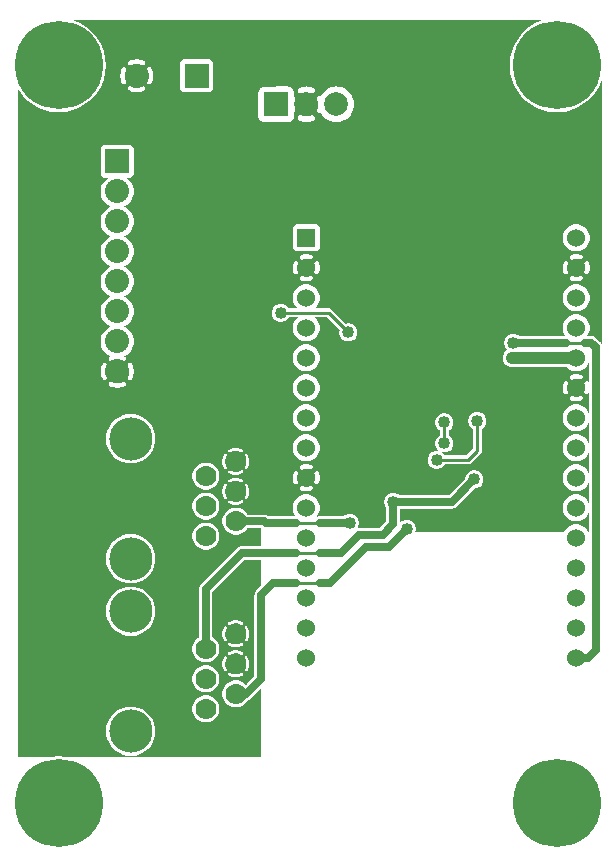
<source format=gbr>
G04 start of page 3 for group 1 idx 1 *
G04 Title: (unknown), solder *
G04 Creator: pcb 20140316 *
G04 CreationDate: Mon 17 Apr 2017 07:18:47 PM GMT UTC *
G04 For: ndholmes *
G04 Format: Gerber/RS-274X *
G04 PCB-Dimensions (mil): 2000.00 2800.00 *
G04 PCB-Coordinate-Origin: lower left *
%MOIN*%
%FSLAX25Y25*%
%LNBOTTOM*%
%ADD51C,0.0300*%
%ADD50C,0.1280*%
%ADD49C,0.0450*%
%ADD48C,0.0380*%
%ADD47C,0.0480*%
%ADD46C,0.1285*%
%ADD45C,0.0200*%
%ADD44C,0.0787*%
%ADD43C,0.0700*%
%ADD42C,0.1440*%
%ADD41C,0.0600*%
%ADD40C,0.0800*%
%ADD39C,0.2937*%
%ADD38C,0.0400*%
%ADD37C,0.0250*%
%ADD36C,0.0100*%
%ADD35C,0.0001*%
G54D35*G36*
X99502Y130986D02*X100206Y131042D01*
X100895Y131207D01*
X101549Y131478D01*
X102153Y131848D01*
X102692Y132308D01*
X103152Y132847D01*
X103500Y133415D01*
Y127450D01*
X103470Y127481D01*
X103375Y127551D01*
X103269Y127606D01*
X103157Y127643D01*
X103040Y127663D01*
X102921Y127664D01*
X102804Y127646D01*
X102691Y127610D01*
X102585Y127557D01*
X102488Y127488D01*
X102404Y127405D01*
X102333Y127309D01*
X102279Y127204D01*
X102241Y127092D01*
X102222Y126975D01*
X102221Y126856D01*
X102239Y126739D01*
X102277Y126626D01*
X102376Y126355D01*
X102444Y126075D01*
X102486Y125789D01*
X102500Y125500D01*
X102486Y125211D01*
X102444Y124925D01*
X102376Y124645D01*
X102280Y124372D01*
X102242Y124261D01*
X102225Y124144D01*
X102225Y124026D01*
X102245Y123909D01*
X102282Y123797D01*
X102336Y123693D01*
X102406Y123598D01*
X102491Y123515D01*
X102587Y123446D01*
X102692Y123393D01*
X102805Y123357D01*
X102921Y123340D01*
X103039Y123341D01*
X103156Y123360D01*
X103268Y123397D01*
X103373Y123452D01*
X103468Y123522D01*
X103500Y123555D01*
Y117585D01*
X103152Y118153D01*
X102692Y118692D01*
X102153Y119152D01*
X101549Y119522D01*
X100895Y119793D01*
X100206Y119958D01*
X99502Y120014D01*
Y120995D01*
X99933Y121016D01*
X100363Y121078D01*
X100784Y121182D01*
X101194Y121325D01*
X101300Y121378D01*
X101396Y121447D01*
X101481Y121530D01*
X101551Y121625D01*
X101606Y121731D01*
X101643Y121843D01*
X101663Y121960D01*
X101664Y122079D01*
X101646Y122196D01*
X101610Y122309D01*
X101557Y122415D01*
X101488Y122512D01*
X101405Y122596D01*
X101309Y122667D01*
X101204Y122721D01*
X101092Y122759D01*
X100975Y122778D01*
X100856Y122779D01*
X100739Y122761D01*
X100626Y122723D01*
X100355Y122624D01*
X100075Y122556D01*
X99789Y122514D01*
X99502Y122500D01*
Y128500D01*
X99789Y128486D01*
X100075Y128444D01*
X100355Y128376D01*
X100628Y128280D01*
X100739Y128242D01*
X100856Y128225D01*
X100974Y128225D01*
X101091Y128245D01*
X101203Y128282D01*
X101307Y128336D01*
X101402Y128406D01*
X101485Y128491D01*
X101554Y128587D01*
X101607Y128692D01*
X101643Y128805D01*
X101660Y128921D01*
X101659Y129039D01*
X101640Y129156D01*
X101603Y129268D01*
X101548Y129373D01*
X101478Y129468D01*
X101394Y129551D01*
X101298Y129619D01*
X101192Y129670D01*
X100784Y129818D01*
X100363Y129922D01*
X99933Y129984D01*
X99502Y130005D01*
Y130986D01*
G37*
G36*
Y140986D02*X100206Y141042D01*
X100895Y141207D01*
X101549Y141478D01*
X102153Y141848D01*
X102692Y142308D01*
X103152Y142847D01*
X103500Y143415D01*
Y137585D01*
X103152Y138153D01*
X102692Y138692D01*
X102153Y139152D01*
X101549Y139522D01*
X100895Y139793D01*
X100206Y139958D01*
X99502Y140014D01*
Y140986D01*
G37*
G36*
Y150986D02*X100206Y151042D01*
X100895Y151207D01*
X101549Y151478D01*
X102153Y151848D01*
X102692Y152308D01*
X103152Y152847D01*
X103500Y153415D01*
Y147585D01*
X103152Y148153D01*
X102692Y148692D01*
X102153Y149152D01*
X101549Y149522D01*
X100895Y149793D01*
X100206Y149958D01*
X99502Y150014D01*
Y150986D01*
G37*
G36*
Y160986D02*X100206Y161042D01*
X100895Y161207D01*
X101549Y161478D01*
X102153Y161848D01*
X102692Y162308D01*
X103152Y162847D01*
X103500Y163415D01*
Y157585D01*
X103152Y158153D01*
X102692Y158692D01*
X102153Y159152D01*
X101549Y159522D01*
X100895Y159793D01*
X100206Y159958D01*
X99502Y160014D01*
Y160986D01*
G37*
G36*
Y170986D02*X100206Y171042D01*
X100895Y171207D01*
X101549Y171478D01*
X102153Y171848D01*
X102692Y172308D01*
X103152Y172847D01*
X103500Y173415D01*
Y167585D01*
X103152Y168153D01*
X102692Y168692D01*
X102153Y169152D01*
X101549Y169522D01*
X100895Y169793D01*
X100206Y169958D01*
X99502Y170014D01*
Y170986D01*
G37*
G36*
Y201007D02*X102735Y201014D01*
X102965Y201069D01*
X103183Y201159D01*
X103384Y201283D01*
X103500Y201381D01*
Y197450D01*
X103470Y197481D01*
X103375Y197551D01*
X103269Y197606D01*
X103157Y197643D01*
X103040Y197663D01*
X102921Y197664D01*
X102804Y197646D01*
X102691Y197610D01*
X102585Y197557D01*
X102488Y197488D01*
X102404Y197405D01*
X102333Y197309D01*
X102279Y197204D01*
X102241Y197092D01*
X102222Y196975D01*
X102221Y196856D01*
X102239Y196739D01*
X102277Y196626D01*
X102376Y196355D01*
X102444Y196075D01*
X102486Y195789D01*
X102500Y195500D01*
X102486Y195211D01*
X102444Y194925D01*
X102376Y194645D01*
X102280Y194372D01*
X102242Y194261D01*
X102225Y194144D01*
X102225Y194026D01*
X102245Y193909D01*
X102282Y193797D01*
X102336Y193693D01*
X102406Y193598D01*
X102491Y193515D01*
X102587Y193446D01*
X102692Y193393D01*
X102805Y193357D01*
X102921Y193340D01*
X103039Y193341D01*
X103156Y193360D01*
X103268Y193397D01*
X103373Y193452D01*
X103468Y193522D01*
X103500Y193555D01*
Y187585D01*
X103152Y188153D01*
X102692Y188692D01*
X102153Y189152D01*
X101549Y189522D01*
X100895Y189793D01*
X100206Y189958D01*
X99502Y190014D01*
Y190995D01*
X99933Y191016D01*
X100363Y191078D01*
X100784Y191182D01*
X101194Y191325D01*
X101300Y191378D01*
X101396Y191447D01*
X101481Y191530D01*
X101551Y191625D01*
X101606Y191731D01*
X101643Y191843D01*
X101663Y191960D01*
X101664Y192079D01*
X101646Y192196D01*
X101610Y192309D01*
X101557Y192415D01*
X101488Y192512D01*
X101405Y192596D01*
X101309Y192667D01*
X101204Y192721D01*
X101092Y192759D01*
X100975Y192778D01*
X100856Y192779D01*
X100739Y192761D01*
X100626Y192723D01*
X100355Y192624D01*
X100075Y192556D01*
X99789Y192514D01*
X99502Y192500D01*
Y198500D01*
X99789Y198486D01*
X100075Y198444D01*
X100355Y198376D01*
X100628Y198280D01*
X100739Y198242D01*
X100856Y198225D01*
X100974Y198225D01*
X101091Y198245D01*
X101203Y198282D01*
X101307Y198336D01*
X101402Y198406D01*
X101485Y198491D01*
X101554Y198587D01*
X101607Y198692D01*
X101643Y198805D01*
X101660Y198921D01*
X101659Y199039D01*
X101640Y199156D01*
X101603Y199268D01*
X101548Y199373D01*
X101478Y199468D01*
X101394Y199551D01*
X101298Y199619D01*
X101192Y199670D01*
X100784Y199818D01*
X100363Y199922D01*
X99933Y199984D01*
X99502Y200005D01*
Y201007D01*
G37*
G36*
X103500Y278000D02*Y252650D01*
X103439Y252607D01*
X103326Y252496D01*
X103232Y252370D01*
X103158Y252230D01*
X103108Y252080D01*
X103081Y251924D01*
X103079Y251766D01*
X103102Y251610D01*
X103152Y251460D01*
X103278Y251108D01*
X103366Y250744D01*
X103419Y250374D01*
X103437Y250000D01*
X103419Y249626D01*
X103366Y249256D01*
X103278Y248892D01*
X103156Y248539D01*
X103106Y248389D01*
X103083Y248234D01*
X103085Y248076D01*
X103112Y247921D01*
X103162Y247772D01*
X103236Y247633D01*
X103330Y247507D01*
X103442Y247397D01*
X103500Y247356D01*
Y209619D01*
X103384Y209717D01*
X103183Y209841D01*
X102965Y209931D01*
X102735Y209986D01*
X102500Y210000D01*
X99502Y209993D01*
Y244056D01*
X100064Y244083D01*
X100623Y244163D01*
X101172Y244296D01*
X101706Y244481D01*
X101848Y244550D01*
X101977Y244642D01*
X102091Y244752D01*
X102185Y244879D01*
X102259Y245019D01*
X102309Y245168D01*
X102336Y245324D01*
X102338Y245482D01*
X102315Y245639D01*
X102268Y245790D01*
X102198Y245931D01*
X102107Y246061D01*
X101996Y246174D01*
X101870Y246268D01*
X101730Y246342D01*
X101580Y246392D01*
X101424Y246419D01*
X101266Y246421D01*
X101110Y246398D01*
X100960Y246348D01*
X100608Y246222D01*
X100244Y246134D01*
X99874Y246081D01*
X99502Y246063D01*
Y253937D01*
X99874Y253919D01*
X100244Y253866D01*
X100608Y253778D01*
X100961Y253656D01*
X101111Y253606D01*
X101266Y253583D01*
X101424Y253585D01*
X101579Y253612D01*
X101728Y253662D01*
X101867Y253736D01*
X101993Y253830D01*
X102103Y253942D01*
X102194Y254071D01*
X102264Y254212D01*
X102311Y254362D01*
X102333Y254518D01*
X102332Y254675D01*
X102305Y254831D01*
X102254Y254980D01*
X102181Y255119D01*
X102087Y255245D01*
X101975Y255355D01*
X101846Y255446D01*
X101704Y255513D01*
X101172Y255704D01*
X100623Y255837D01*
X100064Y255917D01*
X99502Y255944D01*
Y278000D01*
X103500D01*
G37*
G36*
X95887Y112802D02*X95931Y112750D01*
X95887D01*
Y112802D01*
G37*
G36*
Y132802D02*X96308Y132308D01*
X96847Y131848D01*
X97451Y131478D01*
X98105Y131207D01*
X98794Y131042D01*
X99500Y130986D01*
X99502Y130986D01*
Y130005D01*
X99500Y130005D01*
X99067Y129984D01*
X98637Y129922D01*
X98216Y129818D01*
X97806Y129675D01*
X97700Y129622D01*
X97604Y129553D01*
X97519Y129470D01*
X97449Y129375D01*
X97394Y129269D01*
X97357Y129157D01*
X97337Y129040D01*
X97336Y128921D01*
X97354Y128804D01*
X97390Y128691D01*
X97443Y128585D01*
X97512Y128488D01*
X97595Y128404D01*
X97691Y128333D01*
X97796Y128279D01*
X97908Y128241D01*
X98025Y128222D01*
X98144Y128221D01*
X98261Y128239D01*
X98374Y128277D01*
X98645Y128376D01*
X98925Y128444D01*
X99211Y128486D01*
X99500Y128500D01*
X99502Y128500D01*
Y122500D01*
X99500Y122500D01*
X99211Y122514D01*
X98925Y122556D01*
X98645Y122624D01*
X98372Y122720D01*
X98261Y122758D01*
X98144Y122775D01*
X98026Y122775D01*
X97909Y122755D01*
X97797Y122718D01*
X97693Y122664D01*
X97598Y122594D01*
X97515Y122509D01*
X97446Y122413D01*
X97393Y122308D01*
X97357Y122195D01*
X97340Y122079D01*
X97341Y121961D01*
X97360Y121844D01*
X97397Y121732D01*
X97452Y121627D01*
X97522Y121532D01*
X97606Y121449D01*
X97702Y121381D01*
X97808Y121330D01*
X98216Y121182D01*
X98637Y121078D01*
X99067Y121016D01*
X99500Y120995D01*
X99502Y120995D01*
Y120014D01*
X99500Y120014D01*
X98794Y119958D01*
X98105Y119793D01*
X97451Y119522D01*
X96847Y119152D01*
X96308Y118692D01*
X95887Y118198D01*
Y123349D01*
X95960Y123337D01*
X96079Y123336D01*
X96196Y123354D01*
X96309Y123390D01*
X96415Y123443D01*
X96512Y123512D01*
X96596Y123595D01*
X96667Y123691D01*
X96721Y123796D01*
X96759Y123908D01*
X96778Y124025D01*
X96779Y124144D01*
X96761Y124261D01*
X96723Y124374D01*
X96624Y124645D01*
X96556Y124925D01*
X96514Y125211D01*
X96500Y125500D01*
X96514Y125789D01*
X96556Y126075D01*
X96624Y126355D01*
X96720Y126628D01*
X96758Y126739D01*
X96775Y126856D01*
X96775Y126974D01*
X96755Y127091D01*
X96718Y127203D01*
X96664Y127307D01*
X96594Y127402D01*
X96509Y127485D01*
X96413Y127554D01*
X96308Y127607D01*
X96195Y127643D01*
X96079Y127660D01*
X95961Y127659D01*
X95887Y127647D01*
Y132802D01*
G37*
G36*
Y142802D02*X96308Y142308D01*
X96847Y141848D01*
X97451Y141478D01*
X98105Y141207D01*
X98794Y141042D01*
X99500Y140986D01*
X99502Y140986D01*
Y140014D01*
X99500Y140014D01*
X98794Y139958D01*
X98105Y139793D01*
X97451Y139522D01*
X96847Y139152D01*
X96308Y138692D01*
X95887Y138198D01*
Y142802D01*
G37*
G36*
Y152802D02*X96308Y152308D01*
X96847Y151848D01*
X97451Y151478D01*
X98105Y151207D01*
X98794Y151042D01*
X99500Y150986D01*
X99502Y150986D01*
Y150014D01*
X99500Y150014D01*
X98794Y149958D01*
X98105Y149793D01*
X97451Y149522D01*
X96847Y149152D01*
X96308Y148692D01*
X95887Y148198D01*
Y152802D01*
G37*
G36*
Y162802D02*X96308Y162308D01*
X96847Y161848D01*
X97451Y161478D01*
X98105Y161207D01*
X98794Y161042D01*
X99500Y160986D01*
X99502Y160986D01*
Y160014D01*
X99500Y160014D01*
X98794Y159958D01*
X98105Y159793D01*
X97451Y159522D01*
X96847Y159152D01*
X96308Y158692D01*
X95887Y158198D01*
Y162802D01*
G37*
G36*
Y172802D02*X96308Y172308D01*
X96847Y171848D01*
X97451Y171478D01*
X98105Y171207D01*
X98794Y171042D01*
X99500Y170986D01*
X99502Y170986D01*
Y170014D01*
X99500Y170014D01*
X98794Y169958D01*
X98105Y169793D01*
X97451Y169522D01*
X96847Y169152D01*
X96308Y168692D01*
X95887Y168198D01*
Y172802D01*
G37*
G36*
Y179000D02*X96669D01*
X96308Y178692D01*
X95887Y178198D01*
Y179000D01*
G37*
G36*
Y182802D02*X96308Y182308D01*
X96669Y182000D01*
X95887D01*
Y182802D01*
G37*
G36*
Y201130D02*X96035Y201069D01*
X96265Y201014D01*
X96500Y201000D01*
X99502Y201007D01*
Y200005D01*
X99500Y200005D01*
X99067Y199984D01*
X98637Y199922D01*
X98216Y199818D01*
X97806Y199675D01*
X97700Y199622D01*
X97604Y199553D01*
X97519Y199470D01*
X97449Y199375D01*
X97394Y199269D01*
X97357Y199157D01*
X97337Y199040D01*
X97336Y198921D01*
X97354Y198804D01*
X97390Y198691D01*
X97443Y198585D01*
X97512Y198488D01*
X97595Y198404D01*
X97691Y198333D01*
X97796Y198279D01*
X97908Y198241D01*
X98025Y198222D01*
X98144Y198221D01*
X98261Y198239D01*
X98374Y198277D01*
X98645Y198376D01*
X98925Y198444D01*
X99211Y198486D01*
X99500Y198500D01*
X99502Y198500D01*
Y192500D01*
X99500Y192500D01*
X99211Y192514D01*
X98925Y192556D01*
X98645Y192624D01*
X98372Y192720D01*
X98261Y192758D01*
X98144Y192775D01*
X98026Y192775D01*
X97909Y192755D01*
X97797Y192718D01*
X97693Y192664D01*
X97598Y192594D01*
X97515Y192509D01*
X97446Y192413D01*
X97393Y192308D01*
X97357Y192195D01*
X97340Y192079D01*
X97341Y191961D01*
X97360Y191844D01*
X97397Y191732D01*
X97452Y191627D01*
X97522Y191532D01*
X97606Y191449D01*
X97702Y191381D01*
X97808Y191330D01*
X98216Y191182D01*
X98637Y191078D01*
X99067Y191016D01*
X99500Y190995D01*
X99502Y190995D01*
Y190014D01*
X99500Y190014D01*
X98794Y189958D01*
X98105Y189793D01*
X97451Y189522D01*
X96847Y189152D01*
X96308Y188692D01*
X95887Y188198D01*
Y193349D01*
X95960Y193337D01*
X96079Y193336D01*
X96196Y193354D01*
X96309Y193390D01*
X96415Y193443D01*
X96512Y193512D01*
X96596Y193595D01*
X96667Y193691D01*
X96721Y193796D01*
X96759Y193908D01*
X96778Y194025D01*
X96779Y194144D01*
X96761Y194261D01*
X96723Y194374D01*
X96624Y194645D01*
X96556Y194925D01*
X96514Y195211D01*
X96500Y195500D01*
X96514Y195789D01*
X96556Y196075D01*
X96624Y196355D01*
X96720Y196628D01*
X96758Y196739D01*
X96775Y196856D01*
X96775Y196974D01*
X96755Y197091D01*
X96718Y197203D01*
X96664Y197307D01*
X96594Y197402D01*
X96509Y197485D01*
X96413Y197554D01*
X96308Y197607D01*
X96195Y197643D01*
X96079Y197660D01*
X95961Y197659D01*
X95887Y197647D01*
Y201130D01*
G37*
G36*
X99502Y209993D02*X96265Y209986D01*
X96035Y209931D01*
X95887Y209870D01*
Y247904D01*
X95892Y247920D01*
X95919Y248076D01*
X95921Y248234D01*
X95898Y248390D01*
X95887Y248425D01*
Y251589D01*
X95894Y251611D01*
X95917Y251766D01*
X95915Y251924D01*
X95888Y252079D01*
X95887Y252082D01*
Y278000D01*
X99502D01*
Y255944D01*
X99500Y255944D01*
X98936Y255917D01*
X98377Y255837D01*
X97828Y255704D01*
X97294Y255519D01*
X97152Y255450D01*
X97023Y255358D01*
X96909Y255248D01*
X96815Y255121D01*
X96741Y254981D01*
X96691Y254832D01*
X96664Y254676D01*
X96662Y254518D01*
X96685Y254361D01*
X96732Y254210D01*
X96802Y254069D01*
X96893Y253939D01*
X97004Y253826D01*
X97130Y253732D01*
X97270Y253658D01*
X97420Y253608D01*
X97576Y253581D01*
X97734Y253579D01*
X97890Y253602D01*
X98040Y253652D01*
X98392Y253778D01*
X98756Y253866D01*
X99126Y253919D01*
X99500Y253937D01*
X99502Y253937D01*
Y246063D01*
X99500Y246063D01*
X99126Y246081D01*
X98756Y246134D01*
X98392Y246222D01*
X98039Y246344D01*
X97889Y246394D01*
X97734Y246417D01*
X97576Y246415D01*
X97421Y246388D01*
X97272Y246338D01*
X97133Y246264D01*
X97007Y246170D01*
X96897Y246058D01*
X96806Y245929D01*
X96736Y245788D01*
X96689Y245638D01*
X96667Y245482D01*
X96668Y245325D01*
X96695Y245169D01*
X96746Y245020D01*
X96819Y244881D01*
X96913Y244755D01*
X97025Y244645D01*
X97154Y244554D01*
X97296Y244487D01*
X97828Y244296D01*
X98377Y244163D01*
X98936Y244083D01*
X99500Y244056D01*
X99502Y244056D01*
Y209993D01*
G37*
G36*
X95887Y248425D02*X95848Y248540D01*
X95722Y248892D01*
X95634Y249256D01*
X95581Y249626D01*
X95563Y250000D01*
X95581Y250374D01*
X95634Y250744D01*
X95722Y251108D01*
X95844Y251461D01*
X95887Y251589D01*
Y248425D01*
G37*
G36*
Y209870D02*X95817Y209841D01*
X95616Y209717D01*
X95436Y209564D01*
X95283Y209384D01*
X95159Y209183D01*
X95069Y208965D01*
X95014Y208735D01*
X95000Y208500D01*
X95014Y202265D01*
X95069Y202035D01*
X95159Y201817D01*
X95283Y201616D01*
X95436Y201436D01*
X95616Y201283D01*
X95817Y201159D01*
X95887Y201130D01*
Y197647D01*
X95844Y197640D01*
X95732Y197603D01*
X95627Y197548D01*
X95532Y197478D01*
X95449Y197394D01*
X95381Y197298D01*
X95330Y197192D01*
X95182Y196784D01*
X95078Y196363D01*
X95016Y195933D01*
X94995Y195500D01*
X95016Y195067D01*
X95078Y194637D01*
X95182Y194216D01*
X95325Y193806D01*
X95378Y193700D01*
X95447Y193604D01*
X95530Y193519D01*
X95625Y193449D01*
X95731Y193394D01*
X95843Y193357D01*
X95887Y193349D01*
Y188198D01*
X95848Y188153D01*
X95478Y187549D01*
X95207Y186895D01*
X95042Y186206D01*
X94986Y185500D01*
X95042Y184794D01*
X95207Y184105D01*
X95478Y183451D01*
X95848Y182847D01*
X95887Y182802D01*
Y182000D01*
X93599D01*
X93435Y182269D01*
X93128Y182628D01*
X92769Y182935D01*
X92366Y183181D01*
X91930Y183362D01*
X91471Y183472D01*
X91000Y183509D01*
X90529Y183472D01*
X90070Y183362D01*
X89634Y183181D01*
X89231Y182935D01*
X88872Y182628D01*
X88565Y182269D01*
X88319Y181866D01*
X88138Y181430D01*
X88028Y180971D01*
X87991Y180500D01*
X88028Y180029D01*
X88138Y179570D01*
X88319Y179134D01*
X88565Y178731D01*
X88872Y178372D01*
X89231Y178065D01*
X89634Y177819D01*
X90070Y177638D01*
X90529Y177528D01*
X91000Y177491D01*
X91471Y177528D01*
X91930Y177638D01*
X92366Y177819D01*
X92769Y178065D01*
X93128Y178372D01*
X93435Y178731D01*
X93599Y179000D01*
X95887D01*
Y178198D01*
X95848Y178153D01*
X95478Y177549D01*
X95207Y176895D01*
X95042Y176206D01*
X94986Y175500D01*
X95042Y174794D01*
X95207Y174105D01*
X95478Y173451D01*
X95848Y172847D01*
X95887Y172802D01*
Y168198D01*
X95848Y168153D01*
X95478Y167549D01*
X95207Y166895D01*
X95042Y166206D01*
X94986Y165500D01*
X95042Y164794D01*
X95207Y164105D01*
X95478Y163451D01*
X95848Y162847D01*
X95887Y162802D01*
Y158198D01*
X95848Y158153D01*
X95478Y157549D01*
X95207Y156895D01*
X95042Y156206D01*
X94986Y155500D01*
X95042Y154794D01*
X95207Y154105D01*
X95478Y153451D01*
X95848Y152847D01*
X95887Y152802D01*
Y148198D01*
X95848Y148153D01*
X95478Y147549D01*
X95207Y146895D01*
X95042Y146206D01*
X94986Y145500D01*
X95042Y144794D01*
X95207Y144105D01*
X95478Y143451D01*
X95848Y142847D01*
X95887Y142802D01*
Y138198D01*
X95848Y138153D01*
X95478Y137549D01*
X95207Y136895D01*
X95042Y136206D01*
X94986Y135500D01*
X95042Y134794D01*
X95207Y134105D01*
X95478Y133451D01*
X95848Y132847D01*
X95887Y132802D01*
Y127647D01*
X95844Y127640D01*
X95732Y127603D01*
X95627Y127548D01*
X95532Y127478D01*
X95449Y127394D01*
X95381Y127298D01*
X95330Y127192D01*
X95182Y126784D01*
X95078Y126363D01*
X95016Y125933D01*
X94995Y125500D01*
X95016Y125067D01*
X95078Y124637D01*
X95182Y124216D01*
X95325Y123806D01*
X95378Y123700D01*
X95447Y123604D01*
X95530Y123519D01*
X95625Y123449D01*
X95731Y123394D01*
X95843Y123357D01*
X95887Y123349D01*
Y118198D01*
X95848Y118153D01*
X95478Y117549D01*
X95207Y116895D01*
X95042Y116206D01*
X94986Y115500D01*
X95042Y114794D01*
X95207Y114105D01*
X95478Y113451D01*
X95848Y112847D01*
X95887Y112802D01*
Y112750D01*
X86915D01*
X86827Y112826D01*
X86525Y113011D01*
X86197Y113146D01*
X85853Y113229D01*
X85853Y113229D01*
X85500Y113257D01*
X85412Y113250D01*
X79899D01*
X79720Y113541D01*
Y118544D01*
X79771Y118583D01*
X79826Y118639D01*
X79870Y118704D01*
X80064Y119056D01*
X80221Y119426D01*
X80344Y119809D01*
X80433Y120200D01*
X80487Y120599D01*
X80504Y121000D01*
X80487Y121401D01*
X80433Y121800D01*
X80344Y122191D01*
X80221Y122574D01*
X80064Y122944D01*
X79874Y123298D01*
X79829Y123363D01*
X79774Y123420D01*
X79720Y123460D01*
Y128544D01*
X79771Y128583D01*
X79826Y128639D01*
X79870Y128704D01*
X80064Y129056D01*
X80221Y129426D01*
X80344Y129809D01*
X80433Y130200D01*
X80487Y130599D01*
X80504Y131000D01*
X80487Y131401D01*
X80433Y131800D01*
X80344Y132191D01*
X80221Y132574D01*
X80064Y132944D01*
X79874Y133298D01*
X79829Y133363D01*
X79774Y133420D01*
X79720Y133460D01*
Y278000D01*
X95887D01*
Y252082D01*
X95838Y252228D01*
X95764Y252367D01*
X95670Y252493D01*
X95558Y252603D01*
X95429Y252694D01*
X95422Y252698D01*
X95418Y254251D01*
X95345Y254557D01*
X95225Y254848D01*
X95060Y255116D01*
X94856Y255356D01*
X94616Y255560D01*
X94348Y255725D01*
X94057Y255845D01*
X93751Y255918D01*
X93437Y255937D01*
X85249Y255918D01*
X84943Y255845D01*
X84652Y255725D01*
X84384Y255560D01*
X84144Y255356D01*
X83940Y255116D01*
X83775Y254848D01*
X83655Y254557D01*
X83582Y254251D01*
X83563Y253937D01*
X83582Y245749D01*
X83655Y245443D01*
X83775Y245152D01*
X83940Y244884D01*
X84144Y244644D01*
X84384Y244440D01*
X84652Y244275D01*
X84943Y244155D01*
X85249Y244082D01*
X85563Y244063D01*
X93751Y244082D01*
X94057Y244155D01*
X94348Y244275D01*
X94616Y244440D01*
X94856Y244644D01*
X95060Y244884D01*
X95225Y245152D01*
X95345Y245443D01*
X95418Y245749D01*
X95437Y246063D01*
X95434Y247304D01*
X95561Y247393D01*
X95674Y247504D01*
X95768Y247630D01*
X95842Y247770D01*
X95887Y247904D01*
Y209870D01*
G37*
G36*
X79720Y113541D02*X79652Y113653D01*
X79192Y114192D01*
X78653Y114652D01*
X78049Y115022D01*
X77395Y115293D01*
X76706Y115458D01*
X76002Y115514D01*
Y116496D01*
X76401Y116513D01*
X76800Y116567D01*
X77191Y116656D01*
X77574Y116779D01*
X77944Y116936D01*
X78298Y117126D01*
X78363Y117171D01*
X78420Y117226D01*
X78468Y117290D01*
X78504Y117360D01*
X78530Y117435D01*
X78544Y117513D01*
X78545Y117592D01*
X78533Y117671D01*
X78510Y117746D01*
X78475Y117817D01*
X78429Y117882D01*
X78374Y117939D01*
X78311Y117987D01*
X78241Y118024D01*
X78166Y118049D01*
X78088Y118063D01*
X78008Y118064D01*
X77930Y118052D01*
X77854Y118029D01*
X77784Y117993D01*
X77510Y117843D01*
X77223Y117721D01*
X76926Y117625D01*
X76621Y117556D01*
X76312Y117514D01*
X76002Y117500D01*
Y124500D01*
X76312Y124486D01*
X76621Y124444D01*
X76926Y124375D01*
X77223Y124279D01*
X77510Y124157D01*
X77786Y124010D01*
X77855Y123974D01*
X77931Y123951D01*
X78009Y123940D01*
X78087Y123941D01*
X78165Y123954D01*
X78239Y123980D01*
X78309Y124016D01*
X78372Y124064D01*
X78427Y124120D01*
X78472Y124184D01*
X78507Y124255D01*
X78530Y124330D01*
X78541Y124408D01*
X78540Y124487D01*
X78527Y124564D01*
X78501Y124639D01*
X78465Y124708D01*
X78417Y124771D01*
X78361Y124826D01*
X78296Y124870D01*
X77944Y125064D01*
X77574Y125221D01*
X77191Y125344D01*
X76800Y125433D01*
X76401Y125487D01*
X76002Y125504D01*
Y126496D01*
X76401Y126513D01*
X76800Y126567D01*
X77191Y126656D01*
X77574Y126779D01*
X77944Y126936D01*
X78298Y127126D01*
X78363Y127171D01*
X78420Y127226D01*
X78468Y127290D01*
X78504Y127360D01*
X78530Y127435D01*
X78544Y127513D01*
X78545Y127592D01*
X78533Y127671D01*
X78510Y127746D01*
X78475Y127817D01*
X78429Y127882D01*
X78374Y127939D01*
X78311Y127987D01*
X78241Y128024D01*
X78166Y128049D01*
X78088Y128063D01*
X78008Y128064D01*
X77930Y128052D01*
X77854Y128029D01*
X77784Y127993D01*
X77510Y127843D01*
X77223Y127721D01*
X76926Y127625D01*
X76621Y127556D01*
X76312Y127514D01*
X76002Y127500D01*
Y134500D01*
X76312Y134486D01*
X76621Y134444D01*
X76926Y134375D01*
X77223Y134279D01*
X77510Y134157D01*
X77786Y134010D01*
X77855Y133974D01*
X77931Y133951D01*
X78009Y133940D01*
X78087Y133941D01*
X78165Y133954D01*
X78239Y133980D01*
X78309Y134016D01*
X78372Y134064D01*
X78427Y134120D01*
X78472Y134184D01*
X78507Y134255D01*
X78530Y134330D01*
X78541Y134408D01*
X78540Y134487D01*
X78527Y134564D01*
X78501Y134639D01*
X78465Y134708D01*
X78417Y134771D01*
X78361Y134826D01*
X78296Y134870D01*
X77944Y135064D01*
X77574Y135221D01*
X77191Y135344D01*
X76800Y135433D01*
X76401Y135487D01*
X76002Y135504D01*
Y278000D01*
X79720D01*
Y133460D01*
X79710Y133468D01*
X79640Y133504D01*
X79565Y133530D01*
X79487Y133544D01*
X79408Y133545D01*
X79329Y133533D01*
X79254Y133510D01*
X79183Y133475D01*
X79118Y133429D01*
X79061Y133374D01*
X79013Y133311D01*
X78976Y133241D01*
X78951Y133166D01*
X78937Y133088D01*
X78936Y133008D01*
X78948Y132930D01*
X78971Y132854D01*
X79007Y132784D01*
X79157Y132510D01*
X79279Y132223D01*
X79375Y131926D01*
X79444Y131621D01*
X79486Y131312D01*
X79500Y131000D01*
X79486Y130688D01*
X79444Y130379D01*
X79375Y130074D01*
X79279Y129777D01*
X79157Y129490D01*
X79010Y129214D01*
X78974Y129145D01*
X78951Y129069D01*
X78940Y128991D01*
X78941Y128913D01*
X78954Y128835D01*
X78980Y128761D01*
X79016Y128691D01*
X79064Y128628D01*
X79120Y128573D01*
X79184Y128528D01*
X79255Y128493D01*
X79330Y128470D01*
X79408Y128459D01*
X79487Y128460D01*
X79564Y128473D01*
X79639Y128499D01*
X79708Y128535D01*
X79720Y128544D01*
Y123460D01*
X79710Y123468D01*
X79640Y123504D01*
X79565Y123530D01*
X79487Y123544D01*
X79408Y123545D01*
X79329Y123533D01*
X79254Y123510D01*
X79183Y123475D01*
X79118Y123429D01*
X79061Y123374D01*
X79013Y123311D01*
X78976Y123241D01*
X78951Y123166D01*
X78937Y123088D01*
X78936Y123008D01*
X78948Y122930D01*
X78971Y122854D01*
X79007Y122784D01*
X79157Y122510D01*
X79279Y122223D01*
X79375Y121926D01*
X79444Y121621D01*
X79486Y121312D01*
X79500Y121000D01*
X79486Y120688D01*
X79444Y120379D01*
X79375Y120074D01*
X79279Y119777D01*
X79157Y119490D01*
X79010Y119214D01*
X78974Y119145D01*
X78951Y119069D01*
X78940Y118991D01*
X78941Y118913D01*
X78954Y118835D01*
X78980Y118761D01*
X79016Y118691D01*
X79064Y118628D01*
X79120Y118573D01*
X79184Y118528D01*
X79255Y118493D01*
X79330Y118470D01*
X79408Y118459D01*
X79487Y118460D01*
X79564Y118473D01*
X79639Y118499D01*
X79708Y118535D01*
X79720Y118544D01*
Y113541D01*
G37*
G36*
X72280Y108459D02*X72348Y108347D01*
X72808Y107808D01*
X73169Y107500D01*
X72280D01*
Y108459D01*
G37*
G36*
X76002Y115514D02*X76000Y115514D01*
X75294Y115458D01*
X74605Y115293D01*
X73951Y115022D01*
X73347Y114652D01*
X72808Y114192D01*
X72348Y113653D01*
X72280Y113541D01*
Y118540D01*
X72290Y118532D01*
X72360Y118496D01*
X72435Y118470D01*
X72513Y118456D01*
X72592Y118455D01*
X72671Y118467D01*
X72746Y118490D01*
X72817Y118525D01*
X72882Y118571D01*
X72939Y118626D01*
X72987Y118689D01*
X73024Y118759D01*
X73049Y118834D01*
X73063Y118912D01*
X73064Y118992D01*
X73052Y119070D01*
X73029Y119146D01*
X72993Y119216D01*
X72843Y119490D01*
X72721Y119777D01*
X72625Y120074D01*
X72556Y120379D01*
X72514Y120688D01*
X72500Y121000D01*
X72514Y121312D01*
X72556Y121621D01*
X72625Y121926D01*
X72721Y122223D01*
X72843Y122510D01*
X72990Y122786D01*
X73026Y122855D01*
X73049Y122931D01*
X73060Y123009D01*
X73059Y123087D01*
X73046Y123165D01*
X73020Y123239D01*
X72984Y123309D01*
X72936Y123372D01*
X72880Y123427D01*
X72816Y123472D01*
X72745Y123507D01*
X72670Y123530D01*
X72592Y123541D01*
X72513Y123540D01*
X72436Y123527D01*
X72361Y123501D01*
X72292Y123465D01*
X72280Y123456D01*
Y128540D01*
X72290Y128532D01*
X72360Y128496D01*
X72435Y128470D01*
X72513Y128456D01*
X72592Y128455D01*
X72671Y128467D01*
X72746Y128490D01*
X72817Y128525D01*
X72882Y128571D01*
X72939Y128626D01*
X72987Y128689D01*
X73024Y128759D01*
X73049Y128834D01*
X73063Y128912D01*
X73064Y128992D01*
X73052Y129070D01*
X73029Y129146D01*
X72993Y129216D01*
X72843Y129490D01*
X72721Y129777D01*
X72625Y130074D01*
X72556Y130379D01*
X72514Y130688D01*
X72500Y131000D01*
X72514Y131312D01*
X72556Y131621D01*
X72625Y131926D01*
X72721Y132223D01*
X72843Y132510D01*
X72990Y132786D01*
X73026Y132855D01*
X73049Y132931D01*
X73060Y133009D01*
X73059Y133087D01*
X73046Y133165D01*
X73020Y133239D01*
X72984Y133309D01*
X72936Y133372D01*
X72880Y133427D01*
X72816Y133472D01*
X72745Y133507D01*
X72670Y133530D01*
X72592Y133541D01*
X72513Y133540D01*
X72436Y133527D01*
X72361Y133501D01*
X72292Y133465D01*
X72280Y133456D01*
Y278000D01*
X76002D01*
Y135504D01*
X76000Y135504D01*
X75599Y135487D01*
X75200Y135433D01*
X74809Y135344D01*
X74426Y135221D01*
X74056Y135064D01*
X73702Y134874D01*
X73637Y134829D01*
X73580Y134774D01*
X73532Y134710D01*
X73496Y134640D01*
X73470Y134565D01*
X73456Y134487D01*
X73455Y134408D01*
X73467Y134329D01*
X73490Y134254D01*
X73525Y134183D01*
X73571Y134118D01*
X73626Y134061D01*
X73689Y134013D01*
X73759Y133976D01*
X73834Y133951D01*
X73912Y133937D01*
X73992Y133936D01*
X74070Y133948D01*
X74146Y133971D01*
X74216Y134007D01*
X74490Y134157D01*
X74777Y134279D01*
X75074Y134375D01*
X75379Y134444D01*
X75688Y134486D01*
X76000Y134500D01*
X76002Y134500D01*
Y127500D01*
X76000Y127500D01*
X75688Y127514D01*
X75379Y127556D01*
X75074Y127625D01*
X74777Y127721D01*
X74490Y127843D01*
X74214Y127990D01*
X74145Y128026D01*
X74069Y128049D01*
X73991Y128060D01*
X73913Y128059D01*
X73835Y128046D01*
X73761Y128020D01*
X73691Y127984D01*
X73628Y127936D01*
X73573Y127880D01*
X73528Y127816D01*
X73493Y127745D01*
X73470Y127670D01*
X73459Y127592D01*
X73460Y127513D01*
X73473Y127436D01*
X73499Y127361D01*
X73535Y127292D01*
X73583Y127229D01*
X73639Y127174D01*
X73704Y127130D01*
X74056Y126936D01*
X74426Y126779D01*
X74809Y126656D01*
X75200Y126567D01*
X75599Y126513D01*
X76000Y126496D01*
X76002Y126496D01*
Y125504D01*
X76000Y125504D01*
X75599Y125487D01*
X75200Y125433D01*
X74809Y125344D01*
X74426Y125221D01*
X74056Y125064D01*
X73702Y124874D01*
X73637Y124829D01*
X73580Y124774D01*
X73532Y124710D01*
X73496Y124640D01*
X73470Y124565D01*
X73456Y124487D01*
X73455Y124408D01*
X73467Y124329D01*
X73490Y124254D01*
X73525Y124183D01*
X73571Y124118D01*
X73626Y124061D01*
X73689Y124013D01*
X73759Y123977D01*
X73834Y123951D01*
X73912Y123937D01*
X73992Y123936D01*
X74070Y123948D01*
X74146Y123971D01*
X74216Y124007D01*
X74490Y124157D01*
X74777Y124279D01*
X75074Y124375D01*
X75379Y124444D01*
X75688Y124486D01*
X76000Y124500D01*
X76002Y124500D01*
Y117500D01*
X76000Y117500D01*
X75688Y117514D01*
X75379Y117556D01*
X75074Y117625D01*
X74777Y117721D01*
X74490Y117843D01*
X74214Y117990D01*
X74145Y118026D01*
X74069Y118049D01*
X73991Y118060D01*
X73913Y118059D01*
X73835Y118046D01*
X73761Y118020D01*
X73691Y117984D01*
X73628Y117936D01*
X73573Y117880D01*
X73528Y117816D01*
X73493Y117745D01*
X73470Y117670D01*
X73459Y117592D01*
X73460Y117513D01*
X73473Y117436D01*
X73499Y117361D01*
X73535Y117292D01*
X73583Y117229D01*
X73639Y117174D01*
X73704Y117130D01*
X74056Y116936D01*
X74426Y116779D01*
X74809Y116656D01*
X75200Y116567D01*
X75599Y116513D01*
X76000Y116496D01*
X76002Y116496D01*
Y115514D01*
G37*
G36*
X72280Y113541D02*X71978Y113049D01*
X71707Y112395D01*
X71542Y111706D01*
X71486Y111000D01*
X71542Y110294D01*
X71707Y109605D01*
X71978Y108951D01*
X72280Y108459D01*
Y107500D01*
X70249D01*
X70022Y108049D01*
X69652Y108653D01*
X69192Y109192D01*
X68653Y109652D01*
X68049Y110022D01*
X67395Y110293D01*
X66706Y110458D01*
X66000Y110514D01*
X65294Y110458D01*
X64605Y110293D01*
X63951Y110022D01*
X63347Y109652D01*
X63000Y109356D01*
Y112644D01*
X63347Y112348D01*
X63951Y111978D01*
X64605Y111707D01*
X65294Y111542D01*
X66000Y111486D01*
X66706Y111542D01*
X67395Y111707D01*
X68049Y111978D01*
X68653Y112348D01*
X69192Y112808D01*
X69652Y113347D01*
X70022Y113951D01*
X70293Y114605D01*
X70458Y115294D01*
X70500Y116000D01*
X70458Y116706D01*
X70293Y117395D01*
X70022Y118049D01*
X69652Y118653D01*
X69192Y119192D01*
X68653Y119652D01*
X68049Y120022D01*
X67395Y120293D01*
X66706Y120458D01*
X66000Y120514D01*
X65294Y120458D01*
X64605Y120293D01*
X63951Y120022D01*
X63347Y119652D01*
X63000Y119356D01*
Y122644D01*
X63347Y122348D01*
X63951Y121978D01*
X64605Y121707D01*
X65294Y121542D01*
X66000Y121486D01*
X66706Y121542D01*
X67395Y121707D01*
X68049Y121978D01*
X68653Y122348D01*
X69192Y122808D01*
X69652Y123347D01*
X70022Y123951D01*
X70293Y124605D01*
X70458Y125294D01*
X70500Y126000D01*
X70458Y126706D01*
X70293Y127395D01*
X70022Y128049D01*
X69652Y128653D01*
X69192Y129192D01*
X68653Y129652D01*
X68049Y130022D01*
X67395Y130293D01*
X66706Y130458D01*
X66000Y130514D01*
X65294Y130458D01*
X64605Y130293D01*
X63951Y130022D01*
X63347Y129652D01*
X63000Y129356D01*
Y254007D01*
X67235Y254014D01*
X67465Y254069D01*
X67683Y254159D01*
X67884Y254283D01*
X68064Y254436D01*
X68217Y254616D01*
X68341Y254817D01*
X68431Y255035D01*
X68486Y255265D01*
X68500Y255500D01*
X68486Y263735D01*
X68431Y263965D01*
X68341Y264183D01*
X68217Y264384D01*
X68064Y264564D01*
X67884Y264717D01*
X67683Y264841D01*
X67465Y264931D01*
X67235Y264986D01*
X67000Y265000D01*
X63000Y264993D01*
Y278000D01*
X72280D01*
Y133456D01*
X72229Y133417D01*
X72174Y133361D01*
X72130Y133296D01*
X71936Y132944D01*
X71779Y132574D01*
X71656Y132191D01*
X71567Y131800D01*
X71513Y131401D01*
X71496Y131000D01*
X71513Y130599D01*
X71567Y130200D01*
X71656Y129809D01*
X71779Y129426D01*
X71936Y129056D01*
X72126Y128702D01*
X72171Y128637D01*
X72226Y128580D01*
X72280Y128540D01*
Y123456D01*
X72229Y123417D01*
X72174Y123361D01*
X72130Y123296D01*
X71936Y122944D01*
X71779Y122574D01*
X71656Y122191D01*
X71567Y121800D01*
X71513Y121401D01*
X71496Y121000D01*
X71513Y120599D01*
X71567Y120200D01*
X71656Y119809D01*
X71779Y119426D01*
X71936Y119056D01*
X72126Y118702D01*
X72171Y118637D01*
X72226Y118580D01*
X72280Y118540D01*
Y113541D01*
G37*
G36*
X63000Y109356D02*X62808Y109192D01*
X62348Y108653D01*
X61978Y108049D01*
X61751Y107500D01*
X47493D01*
Y133476D01*
X47654Y133665D01*
X48329Y134766D01*
X48823Y135958D01*
X49124Y137213D01*
X49200Y138500D01*
X49124Y139787D01*
X48823Y141042D01*
X48329Y142234D01*
X47654Y143335D01*
X47493Y143524D01*
Y256645D01*
X47578Y256681D01*
X47679Y256743D01*
X47769Y256819D01*
X47845Y256909D01*
X47905Y257011D01*
X48122Y257480D01*
X48289Y257969D01*
X48409Y258472D01*
X48482Y258984D01*
X48506Y259500D01*
X48482Y260016D01*
X48409Y260528D01*
X48289Y261031D01*
X48122Y261520D01*
X47910Y261992D01*
X47849Y262093D01*
X47772Y262184D01*
X47682Y262261D01*
X47580Y262323D01*
X47493Y262360D01*
Y278000D01*
X63000D01*
Y264993D01*
X58765Y264986D01*
X58535Y264931D01*
X58317Y264841D01*
X58116Y264717D01*
X57936Y264564D01*
X57783Y264384D01*
X57659Y264183D01*
X57569Y263965D01*
X57514Y263735D01*
X57500Y263500D01*
X57514Y255265D01*
X57569Y255035D01*
X57659Y254817D01*
X57783Y254616D01*
X57936Y254436D01*
X58116Y254283D01*
X58317Y254159D01*
X58535Y254069D01*
X58765Y254014D01*
X59000Y254000D01*
X63000Y254007D01*
Y129356D01*
X62808Y129192D01*
X62348Y128653D01*
X61978Y128049D01*
X61707Y127395D01*
X61542Y126706D01*
X61486Y126000D01*
X61542Y125294D01*
X61707Y124605D01*
X61978Y123951D01*
X62348Y123347D01*
X62808Y122808D01*
X63000Y122644D01*
Y119356D01*
X62808Y119192D01*
X62348Y118653D01*
X61978Y118049D01*
X61707Y117395D01*
X61542Y116706D01*
X61486Y116000D01*
X61542Y115294D01*
X61707Y114605D01*
X61978Y113951D01*
X62348Y113347D01*
X62808Y112808D01*
X63000Y112644D01*
Y109356D01*
G37*
G36*
X47493Y143524D02*X46816Y144316D01*
X45835Y145154D01*
X44734Y145829D01*
X43542Y146323D01*
X43002Y146452D01*
Y253994D01*
X43516Y254018D01*
X44028Y254091D01*
X44531Y254211D01*
X45020Y254378D01*
X45492Y254590D01*
X45593Y254651D01*
X45684Y254728D01*
X45761Y254818D01*
X45823Y254920D01*
X45869Y255029D01*
X45897Y255145D01*
X45906Y255263D01*
X45897Y255381D01*
X45870Y255497D01*
X45824Y255607D01*
X45762Y255708D01*
X45686Y255798D01*
X45595Y255876D01*
X45494Y255938D01*
X45385Y255984D01*
X45269Y256011D01*
X45151Y256021D01*
X45032Y256012D01*
X44917Y255984D01*
X44808Y255937D01*
X44468Y255779D01*
X44112Y255658D01*
X43747Y255570D01*
X43375Y255518D01*
X43002Y255500D01*
Y263500D01*
X43375Y263482D01*
X43747Y263430D01*
X44112Y263342D01*
X44468Y263221D01*
X44810Y263067D01*
X44918Y263020D01*
X45033Y262993D01*
X45151Y262983D01*
X45268Y262993D01*
X45383Y263021D01*
X45492Y263066D01*
X45593Y263128D01*
X45682Y263205D01*
X45759Y263295D01*
X45820Y263395D01*
X45865Y263504D01*
X45893Y263619D01*
X45902Y263737D01*
X45892Y263855D01*
X45865Y263969D01*
X45819Y264078D01*
X45757Y264179D01*
X45681Y264269D01*
X45591Y264345D01*
X45489Y264405D01*
X45020Y264622D01*
X44531Y264789D01*
X44028Y264909D01*
X43516Y264982D01*
X43002Y265006D01*
Y278000D01*
X47493D01*
Y262360D01*
X47471Y262369D01*
X47355Y262397D01*
X47237Y262406D01*
X47119Y262397D01*
X47003Y262370D01*
X46893Y262324D01*
X46792Y262262D01*
X46702Y262186D01*
X46624Y262095D01*
X46562Y261994D01*
X46516Y261885D01*
X46489Y261769D01*
X46479Y261651D01*
X46488Y261532D01*
X46516Y261417D01*
X46563Y261308D01*
X46721Y260968D01*
X46842Y260612D01*
X46930Y260247D01*
X46982Y259875D01*
X47000Y259500D01*
X46982Y259125D01*
X46930Y258753D01*
X46842Y258388D01*
X46721Y258032D01*
X46567Y257690D01*
X46520Y257582D01*
X46493Y257467D01*
X46483Y257349D01*
X46493Y257232D01*
X46521Y257117D01*
X46566Y257008D01*
X46628Y256907D01*
X46705Y256818D01*
X46795Y256741D01*
X46895Y256680D01*
X47004Y256635D01*
X47119Y256607D01*
X47237Y256598D01*
X47355Y256608D01*
X47469Y256635D01*
X47493Y256645D01*
Y143524D01*
G37*
G36*
Y107500D02*X43002D01*
Y130548D01*
X43542Y130677D01*
X44734Y131171D01*
X45835Y131846D01*
X46816Y132684D01*
X47493Y133476D01*
Y107500D01*
G37*
G36*
X40993Y254374D02*X41469Y254211D01*
X41972Y254091D01*
X42484Y254018D01*
X43000Y253994D01*
X43002Y253994D01*
Y146452D01*
X42287Y146624D01*
X41000Y146725D01*
X40993Y146725D01*
Y158145D01*
X41078Y158181D01*
X41179Y158243D01*
X41269Y158319D01*
X41345Y158409D01*
X41405Y158511D01*
X41622Y158980D01*
X41789Y159469D01*
X41909Y159972D01*
X41982Y160484D01*
X42006Y161000D01*
X41982Y161516D01*
X41909Y162028D01*
X41789Y162531D01*
X41622Y163020D01*
X41410Y163492D01*
X41349Y163593D01*
X41272Y163684D01*
X41182Y163761D01*
X41080Y163823D01*
X40993Y163860D01*
Y167805D01*
X41416Y168495D01*
X41747Y169295D01*
X41949Y170137D01*
X42000Y171000D01*
X41949Y171863D01*
X41747Y172705D01*
X41416Y173505D01*
X40993Y174195D01*
Y177805D01*
X41416Y178495D01*
X41747Y179295D01*
X41949Y180137D01*
X42000Y181000D01*
X41949Y181863D01*
X41747Y182705D01*
X41416Y183505D01*
X40993Y184195D01*
Y187805D01*
X41416Y188495D01*
X41747Y189295D01*
X41949Y190137D01*
X42000Y191000D01*
X41949Y191863D01*
X41747Y192705D01*
X41416Y193505D01*
X40993Y194195D01*
Y197805D01*
X41416Y198495D01*
X41747Y199295D01*
X41949Y200137D01*
X42000Y201000D01*
X41949Y201863D01*
X41747Y202705D01*
X41416Y203505D01*
X40993Y204195D01*
Y207805D01*
X41416Y208495D01*
X41747Y209295D01*
X41949Y210137D01*
X42000Y211000D01*
X41949Y211863D01*
X41747Y212705D01*
X41416Y213505D01*
X40993Y214195D01*
Y217805D01*
X41416Y218495D01*
X41747Y219295D01*
X41949Y220137D01*
X42000Y221000D01*
X41949Y221863D01*
X41747Y222705D01*
X41416Y223505D01*
X40993Y224195D01*
Y225580D01*
X41183Y225659D01*
X41384Y225783D01*
X41564Y225936D01*
X41717Y226116D01*
X41841Y226317D01*
X41931Y226535D01*
X41986Y226765D01*
X42000Y227000D01*
X41986Y235235D01*
X41931Y235465D01*
X41841Y235683D01*
X41717Y235884D01*
X41564Y236064D01*
X41384Y236217D01*
X41183Y236341D01*
X40993Y236420D01*
Y254374D01*
G37*
G36*
Y262994D02*X41083Y263016D01*
X41192Y263063D01*
X41532Y263221D01*
X41888Y263342D01*
X42253Y263430D01*
X42625Y263482D01*
X43000Y263500D01*
X43002Y263500D01*
Y255500D01*
X43000Y255500D01*
X42625Y255518D01*
X42253Y255570D01*
X41888Y255658D01*
X41532Y255779D01*
X41190Y255933D01*
X41082Y255980D01*
X40993Y256001D01*
Y262994D01*
G37*
G36*
Y278000D02*X43002D01*
Y265006D01*
X43000Y265006D01*
X42484Y264982D01*
X41972Y264909D01*
X41469Y264789D01*
X40993Y264626D01*
Y278000D01*
G37*
G36*
Y224195D02*X40963Y224243D01*
X40401Y224901D01*
X39743Y225463D01*
X39663Y225512D01*
X40735Y225514D01*
X40965Y225569D01*
X40993Y225580D01*
Y224195D01*
G37*
G36*
Y214195D02*X40963Y214243D01*
X40401Y214901D01*
X39743Y215463D01*
X39005Y215916D01*
X38801Y216000D01*
X39005Y216084D01*
X39743Y216537D01*
X40401Y217099D01*
X40963Y217757D01*
X40993Y217805D01*
Y214195D01*
G37*
G36*
Y204195D02*X40963Y204243D01*
X40401Y204901D01*
X39743Y205463D01*
X39005Y205916D01*
X38801Y206000D01*
X39005Y206084D01*
X39743Y206537D01*
X40401Y207099D01*
X40963Y207757D01*
X40993Y207805D01*
Y204195D01*
G37*
G36*
Y194195D02*X40963Y194243D01*
X40401Y194901D01*
X39743Y195463D01*
X39005Y195916D01*
X38801Y196000D01*
X39005Y196084D01*
X39743Y196537D01*
X40401Y197099D01*
X40963Y197757D01*
X40993Y197805D01*
Y194195D01*
G37*
G36*
Y184195D02*X40963Y184243D01*
X40401Y184901D01*
X39743Y185463D01*
X39005Y185916D01*
X38801Y186000D01*
X39005Y186084D01*
X39743Y186537D01*
X40401Y187099D01*
X40963Y187757D01*
X40993Y187805D01*
Y184195D01*
G37*
G36*
Y174195D02*X40963Y174243D01*
X40401Y174901D01*
X39743Y175463D01*
X39005Y175916D01*
X38801Y176000D01*
X39005Y176084D01*
X39743Y176537D01*
X40401Y177099D01*
X40963Y177757D01*
X40993Y177805D01*
Y174195D01*
G37*
G36*
Y146725D02*X39713Y146624D01*
X38507Y146335D01*
Y155874D01*
X38520Y155878D01*
X38992Y156090D01*
X39093Y156151D01*
X39184Y156228D01*
X39261Y156318D01*
X39323Y156420D01*
X39369Y156529D01*
X39397Y156645D01*
X39406Y156763D01*
X39397Y156881D01*
X39370Y156997D01*
X39324Y157107D01*
X39262Y157208D01*
X39186Y157298D01*
X39095Y157376D01*
X38994Y157438D01*
X38885Y157484D01*
X38769Y157511D01*
X38651Y157521D01*
X38532Y157512D01*
X38507Y157506D01*
Y164499D01*
X38533Y164493D01*
X38651Y164483D01*
X38768Y164493D01*
X38883Y164521D01*
X38992Y164566D01*
X39093Y164628D01*
X39182Y164705D01*
X39259Y164795D01*
X39320Y164895D01*
X39365Y165004D01*
X39393Y165119D01*
X39402Y165237D01*
X39392Y165355D01*
X39365Y165469D01*
X39319Y165578D01*
X39257Y165679D01*
X39181Y165769D01*
X39091Y165845D01*
X38989Y165905D01*
X38792Y165996D01*
X39005Y166084D01*
X39743Y166537D01*
X40401Y167099D01*
X40963Y167757D01*
X40993Y167805D01*
Y163860D01*
X40971Y163869D01*
X40855Y163897D01*
X40737Y163906D01*
X40619Y163897D01*
X40503Y163870D01*
X40393Y163824D01*
X40292Y163762D01*
X40202Y163686D01*
X40124Y163595D01*
X40062Y163494D01*
X40016Y163385D01*
X39989Y163269D01*
X39979Y163151D01*
X39988Y163032D01*
X40016Y162917D01*
X40063Y162808D01*
X40221Y162468D01*
X40342Y162112D01*
X40430Y161747D01*
X40482Y161375D01*
X40500Y161000D01*
X40482Y160625D01*
X40430Y160253D01*
X40342Y159888D01*
X40221Y159532D01*
X40067Y159190D01*
X40020Y159082D01*
X39993Y158967D01*
X39983Y158849D01*
X39993Y158732D01*
X40021Y158617D01*
X40066Y158508D01*
X40128Y158407D01*
X40205Y158318D01*
X40295Y158241D01*
X40395Y158180D01*
X40504Y158135D01*
X40619Y158107D01*
X40737Y158098D01*
X40855Y158108D01*
X40969Y158135D01*
X40993Y158145D01*
Y146725D01*
G37*
G36*
X38507Y278000D02*X40993D01*
Y264626D01*
X40980Y264622D01*
X40508Y264410D01*
X40407Y264349D01*
X40316Y264272D01*
X40239Y264182D01*
X40177Y264080D01*
X40131Y263971D01*
X40103Y263855D01*
X40094Y263737D01*
X40103Y263619D01*
X40130Y263503D01*
X40176Y263393D01*
X40238Y263292D01*
X40314Y263202D01*
X40405Y263124D01*
X40506Y263062D01*
X40615Y263016D01*
X40731Y262989D01*
X40849Y262979D01*
X40968Y262988D01*
X40993Y262994D01*
Y256001D01*
X40967Y256007D01*
X40849Y256017D01*
X40732Y256007D01*
X40617Y255979D01*
X40508Y255934D01*
X40407Y255872D01*
X40318Y255795D01*
X40241Y255705D01*
X40180Y255605D01*
X40135Y255496D01*
X40107Y255381D01*
X40098Y255263D01*
X40108Y255145D01*
X40135Y255031D01*
X40181Y254922D01*
X40243Y254821D01*
X40319Y254731D01*
X40409Y254655D01*
X40511Y254595D01*
X40980Y254378D01*
X40993Y254374D01*
Y236420D01*
X40965Y236431D01*
X40735Y236486D01*
X40500Y236500D01*
X38507Y236497D01*
Y256640D01*
X38529Y256631D01*
X38645Y256603D01*
X38763Y256594D01*
X38881Y256603D01*
X38997Y256630D01*
X39107Y256676D01*
X39208Y256738D01*
X39298Y256814D01*
X39376Y256905D01*
X39438Y257006D01*
X39484Y257115D01*
X39511Y257231D01*
X39521Y257349D01*
X39512Y257468D01*
X39484Y257583D01*
X39437Y257692D01*
X39279Y258032D01*
X39158Y258388D01*
X39070Y258753D01*
X39018Y259125D01*
X39000Y259500D01*
X39018Y259875D01*
X39070Y260247D01*
X39158Y260612D01*
X39279Y260968D01*
X39433Y261310D01*
X39480Y261418D01*
X39507Y261533D01*
X39517Y261651D01*
X39507Y261768D01*
X39479Y261883D01*
X39434Y261992D01*
X39372Y262093D01*
X39295Y262182D01*
X39205Y262259D01*
X39105Y262320D01*
X38996Y262365D01*
X38881Y262393D01*
X38763Y262402D01*
X38645Y262392D01*
X38531Y262365D01*
X38507Y262355D01*
Y278000D01*
G37*
G36*
X43002Y107500D02*X38507D01*
Y130665D01*
X39713Y130376D01*
X41000Y130275D01*
X42287Y130376D01*
X43002Y130548D01*
Y107500D01*
G37*
G36*
X32007Y177805D02*X32037Y177757D01*
X32599Y177099D01*
X33257Y176537D01*
X33995Y176084D01*
X34199Y176000D01*
X33995Y175916D01*
X33257Y175463D01*
X32599Y174901D01*
X32037Y174243D01*
X32007Y174195D01*
Y177805D01*
G37*
G36*
Y187805D02*X32037Y187757D01*
X32599Y187099D01*
X33257Y186537D01*
X33995Y186084D01*
X34199Y186000D01*
X33995Y185916D01*
X33257Y185463D01*
X32599Y184901D01*
X32037Y184243D01*
X32007Y184195D01*
Y187805D01*
G37*
G36*
Y197805D02*X32037Y197757D01*
X32599Y197099D01*
X33257Y196537D01*
X33995Y196084D01*
X34199Y196000D01*
X33995Y195916D01*
X33257Y195463D01*
X32599Y194901D01*
X32037Y194243D01*
X32007Y194195D01*
Y197805D01*
G37*
G36*
Y207805D02*X32037Y207757D01*
X32599Y207099D01*
X33257Y206537D01*
X33995Y206084D01*
X34199Y206000D01*
X33995Y205916D01*
X33257Y205463D01*
X32599Y204901D01*
X32037Y204243D01*
X32007Y204195D01*
Y207805D01*
G37*
G36*
Y217805D02*X32037Y217757D01*
X32599Y217099D01*
X33257Y216537D01*
X33995Y216084D01*
X34199Y216000D01*
X33995Y215916D01*
X33257Y215463D01*
X32599Y214901D01*
X32037Y214243D01*
X32007Y214195D01*
Y217805D01*
G37*
G36*
Y225580D02*X32035Y225569D01*
X32265Y225514D01*
X32500Y225500D01*
X33319Y225501D01*
X33257Y225463D01*
X32599Y224901D01*
X32037Y224243D01*
X32007Y224195D01*
Y225580D01*
G37*
G36*
Y258326D02*X32539Y260539D01*
X32684Y263000D01*
X32539Y265461D01*
X32007Y267674D01*
Y278000D01*
X38507D01*
Y262355D01*
X38422Y262319D01*
X38321Y262257D01*
X38231Y262181D01*
X38155Y262091D01*
X38095Y261989D01*
X37878Y261520D01*
X37711Y261031D01*
X37591Y260528D01*
X37518Y260016D01*
X37494Y259500D01*
X37518Y258984D01*
X37591Y258472D01*
X37711Y257969D01*
X37878Y257480D01*
X38090Y257008D01*
X38151Y256907D01*
X38228Y256816D01*
X38318Y256739D01*
X38420Y256677D01*
X38507Y256640D01*
Y236497D01*
X32265Y236486D01*
X32035Y236431D01*
X32007Y236420D01*
Y258326D01*
G37*
G36*
X38507Y107500D02*X32007D01*
Y158140D01*
X32029Y158131D01*
X32145Y158103D01*
X32263Y158094D01*
X32381Y158103D01*
X32497Y158130D01*
X32607Y158176D01*
X32708Y158238D01*
X32798Y158314D01*
X32876Y158405D01*
X32938Y158506D01*
X32984Y158615D01*
X33011Y158731D01*
X33021Y158849D01*
X33012Y158968D01*
X32984Y159083D01*
X32937Y159192D01*
X32779Y159532D01*
X32658Y159888D01*
X32570Y160253D01*
X32518Y160625D01*
X32500Y161000D01*
X32518Y161375D01*
X32570Y161747D01*
X32658Y162112D01*
X32779Y162468D01*
X32933Y162810D01*
X32980Y162918D01*
X33007Y163033D01*
X33017Y163151D01*
X33007Y163268D01*
X32979Y163383D01*
X32934Y163492D01*
X32872Y163593D01*
X32795Y163682D01*
X32705Y163759D01*
X32605Y163820D01*
X32496Y163865D01*
X32381Y163893D01*
X32263Y163902D01*
X32145Y163892D01*
X32031Y163865D01*
X32007Y163855D01*
Y167805D01*
X32037Y167757D01*
X32599Y167099D01*
X33257Y166537D01*
X33995Y166084D01*
X34204Y165998D01*
X34008Y165910D01*
X33907Y165849D01*
X33816Y165772D01*
X33739Y165682D01*
X33677Y165580D01*
X33631Y165471D01*
X33603Y165355D01*
X33594Y165237D01*
X33603Y165119D01*
X33630Y165003D01*
X33676Y164893D01*
X33738Y164792D01*
X33814Y164702D01*
X33905Y164624D01*
X34006Y164562D01*
X34115Y164516D01*
X34231Y164489D01*
X34349Y164479D01*
X34468Y164488D01*
X34583Y164516D01*
X34692Y164563D01*
X35032Y164721D01*
X35388Y164842D01*
X35753Y164930D01*
X36125Y164982D01*
X36500Y165000D01*
X36875Y164982D01*
X37247Y164930D01*
X37612Y164842D01*
X37968Y164721D01*
X38310Y164567D01*
X38418Y164520D01*
X38507Y164499D01*
Y157506D01*
X38417Y157484D01*
X38308Y157437D01*
X37968Y157279D01*
X37612Y157158D01*
X37247Y157070D01*
X36875Y157018D01*
X36500Y157000D01*
X36125Y157018D01*
X35753Y157070D01*
X35388Y157158D01*
X35032Y157279D01*
X34690Y157433D01*
X34582Y157480D01*
X34467Y157507D01*
X34349Y157517D01*
X34232Y157507D01*
X34117Y157479D01*
X34008Y157434D01*
X33907Y157372D01*
X33818Y157295D01*
X33741Y157205D01*
X33680Y157105D01*
X33635Y156996D01*
X33607Y156881D01*
X33598Y156763D01*
X33608Y156645D01*
X33635Y156531D01*
X33681Y156422D01*
X33743Y156321D01*
X33819Y156231D01*
X33909Y156155D01*
X34011Y156095D01*
X34480Y155878D01*
X34969Y155711D01*
X35472Y155591D01*
X35984Y155518D01*
X36500Y155494D01*
X37016Y155518D01*
X37528Y155591D01*
X38031Y155711D01*
X38507Y155874D01*
Y146335D01*
X38458Y146323D01*
X37266Y145829D01*
X36165Y145154D01*
X35184Y144316D01*
X34346Y143335D01*
X33671Y142234D01*
X33177Y141042D01*
X32876Y139787D01*
X32775Y138500D01*
X32876Y137213D01*
X33177Y135958D01*
X33671Y134766D01*
X34346Y133665D01*
X35184Y132684D01*
X36165Y131846D01*
X37266Y131171D01*
X38458Y130677D01*
X38507Y130665D01*
Y107500D01*
G37*
G36*
X32007Y267674D02*X31962Y267862D01*
X31018Y270142D01*
X29728Y272247D01*
X28124Y274124D01*
X26247Y275728D01*
X24142Y277018D01*
X21862Y277962D01*
X21705Y278000D01*
X32007D01*
Y267674D01*
G37*
G36*
Y107500D02*X3500D01*
Y255013D01*
X4272Y253753D01*
X5876Y251876D01*
X7753Y250272D01*
X9858Y248982D01*
X12138Y248038D01*
X14539Y247461D01*
X17000Y247268D01*
X19461Y247461D01*
X21862Y248038D01*
X24142Y248982D01*
X26247Y250272D01*
X28124Y251876D01*
X29728Y253753D01*
X31018Y255858D01*
X31962Y258138D01*
X32007Y258326D01*
Y236420D01*
X31817Y236341D01*
X31616Y236217D01*
X31436Y236064D01*
X31283Y235884D01*
X31159Y235683D01*
X31069Y235465D01*
X31014Y235235D01*
X31000Y235000D01*
X31014Y226765D01*
X31069Y226535D01*
X31159Y226317D01*
X31283Y226116D01*
X31436Y225936D01*
X31616Y225783D01*
X31817Y225659D01*
X32007Y225580D01*
Y224195D01*
X31584Y223505D01*
X31253Y222705D01*
X31051Y221863D01*
X30983Y221000D01*
X31051Y220137D01*
X31253Y219295D01*
X31584Y218495D01*
X32007Y217805D01*
Y214195D01*
X31584Y213505D01*
X31253Y212705D01*
X31051Y211863D01*
X30983Y211000D01*
X31051Y210137D01*
X31253Y209295D01*
X31584Y208495D01*
X32007Y207805D01*
Y204195D01*
X31584Y203505D01*
X31253Y202705D01*
X31051Y201863D01*
X30983Y201000D01*
X31051Y200137D01*
X31253Y199295D01*
X31584Y198495D01*
X32007Y197805D01*
Y194195D01*
X31584Y193505D01*
X31253Y192705D01*
X31051Y191863D01*
X30983Y191000D01*
X31051Y190137D01*
X31253Y189295D01*
X31584Y188495D01*
X32007Y187805D01*
Y184195D01*
X31584Y183505D01*
X31253Y182705D01*
X31051Y181863D01*
X30983Y181000D01*
X31051Y180137D01*
X31253Y179295D01*
X31584Y178495D01*
X32007Y177805D01*
Y174195D01*
X31584Y173505D01*
X31253Y172705D01*
X31051Y171863D01*
X30983Y171000D01*
X31051Y170137D01*
X31253Y169295D01*
X31584Y168495D01*
X32007Y167805D01*
Y163855D01*
X31922Y163819D01*
X31821Y163757D01*
X31731Y163681D01*
X31655Y163591D01*
X31595Y163489D01*
X31378Y163020D01*
X31211Y162531D01*
X31091Y162028D01*
X31018Y161516D01*
X30994Y161000D01*
X31018Y160484D01*
X31091Y159972D01*
X31211Y159469D01*
X31378Y158980D01*
X31590Y158508D01*
X31651Y158407D01*
X31728Y158316D01*
X31818Y158239D01*
X31920Y158177D01*
X32007Y158140D01*
Y107500D01*
G37*
G36*
X40987Y130276D02*X41000Y130275D01*
X42287Y130376D01*
X43542Y130677D01*
X44734Y131171D01*
X45835Y131846D01*
X46816Y132684D01*
X47654Y133665D01*
X48329Y134766D01*
X48823Y135958D01*
X49124Y137213D01*
X49200Y138500D01*
X49141Y139500D01*
X52500D01*
Y52000D01*
X40987D01*
Y72776D01*
X41000Y72775D01*
X42287Y72876D01*
X43542Y73177D01*
X44734Y73671D01*
X45835Y74346D01*
X46816Y75184D01*
X47654Y76165D01*
X48329Y77266D01*
X48823Y78458D01*
X49124Y79713D01*
X49200Y81000D01*
X49124Y82287D01*
X48823Y83542D01*
X48329Y84734D01*
X47654Y85835D01*
X46816Y86816D01*
X45835Y87654D01*
X44734Y88329D01*
X43542Y88823D01*
X42287Y89124D01*
X41000Y89225D01*
X40987Y89224D01*
Y90276D01*
X41000Y90275D01*
X42287Y90376D01*
X43542Y90677D01*
X44734Y91171D01*
X45835Y91846D01*
X46816Y92684D01*
X47654Y93665D01*
X48329Y94766D01*
X48823Y95958D01*
X49124Y97213D01*
X49200Y98500D01*
X49124Y99787D01*
X48823Y101042D01*
X48329Y102234D01*
X47654Y103335D01*
X46816Y104316D01*
X45835Y105154D01*
X44734Y105829D01*
X43542Y106323D01*
X42287Y106624D01*
X41000Y106725D01*
X40987Y106724D01*
Y130276D01*
G37*
G36*
X3500Y139500D02*X32853D01*
X32775Y138500D01*
X32876Y137213D01*
X33177Y135958D01*
X33671Y134766D01*
X34346Y133665D01*
X35184Y132684D01*
X36165Y131846D01*
X37266Y131171D01*
X38458Y130677D01*
X39713Y130376D01*
X40987Y130276D01*
Y106724D01*
X39713Y106624D01*
X38458Y106323D01*
X37266Y105829D01*
X36165Y105154D01*
X35184Y104316D01*
X34346Y103335D01*
X33671Y102234D01*
X33177Y101042D01*
X32876Y99787D01*
X32775Y98500D01*
X32876Y97213D01*
X33177Y95958D01*
X33671Y94766D01*
X34346Y93665D01*
X35184Y92684D01*
X36165Y91846D01*
X37266Y91171D01*
X38458Y90677D01*
X39713Y90376D01*
X40987Y90276D01*
Y89224D01*
X39713Y89124D01*
X38458Y88823D01*
X37266Y88329D01*
X36165Y87654D01*
X35184Y86816D01*
X34346Y85835D01*
X33671Y84734D01*
X33177Y83542D01*
X32876Y82287D01*
X32775Y81000D01*
X32876Y79713D01*
X33177Y78458D01*
X33671Y77266D01*
X34346Y76165D01*
X35184Y75184D01*
X36165Y74346D01*
X37266Y73671D01*
X38458Y73177D01*
X39713Y72876D01*
X40987Y72776D01*
Y52000D01*
X3500D01*
Y139500D01*
G37*
G36*
X76002Y48986D02*X76706Y49042D01*
X77395Y49207D01*
X78049Y49478D01*
X78653Y49848D01*
X79192Y50308D01*
X79652Y50847D01*
X79922Y51287D01*
X80197Y51354D01*
X80525Y51489D01*
X80827Y51674D01*
X81096Y51904D01*
X81153Y51971D01*
X84500Y55318D01*
Y32500D01*
X76002D01*
Y48986D01*
G37*
G36*
X79720Y98250D02*X84500D01*
Y89682D01*
X82971Y88153D01*
X82904Y88096D01*
X82674Y87827D01*
X82489Y87525D01*
X82354Y87197D01*
X82271Y86853D01*
X82271Y86853D01*
X82243Y86500D01*
X82250Y86412D01*
Y59432D01*
X79720Y56902D01*
Y61044D01*
X79771Y61083D01*
X79826Y61139D01*
X79870Y61204D01*
X80064Y61556D01*
X80221Y61926D01*
X80344Y62309D01*
X80433Y62700D01*
X80487Y63099D01*
X80504Y63500D01*
X80487Y63901D01*
X80433Y64300D01*
X80344Y64691D01*
X80221Y65074D01*
X80064Y65444D01*
X79874Y65798D01*
X79829Y65863D01*
X79774Y65920D01*
X79720Y65960D01*
Y71044D01*
X79771Y71083D01*
X79826Y71139D01*
X79870Y71204D01*
X80064Y71556D01*
X80221Y71926D01*
X80344Y72309D01*
X80433Y72700D01*
X80487Y73099D01*
X80504Y73500D01*
X80487Y73901D01*
X80433Y74300D01*
X80344Y74691D01*
X80221Y75074D01*
X80064Y75444D01*
X79874Y75798D01*
X79829Y75863D01*
X79774Y75920D01*
X79720Y75960D01*
Y98250D01*
G37*
G36*
X76002Y95320D02*X78932Y98250D01*
X79720D01*
Y75960D01*
X79710Y75968D01*
X79640Y76004D01*
X79565Y76030D01*
X79487Y76044D01*
X79408Y76045D01*
X79329Y76033D01*
X79254Y76010D01*
X79183Y75975D01*
X79118Y75929D01*
X79061Y75874D01*
X79013Y75811D01*
X78976Y75741D01*
X78951Y75666D01*
X78937Y75588D01*
X78936Y75508D01*
X78948Y75430D01*
X78971Y75354D01*
X79007Y75284D01*
X79157Y75010D01*
X79279Y74723D01*
X79375Y74426D01*
X79444Y74121D01*
X79486Y73812D01*
X79500Y73500D01*
X79486Y73188D01*
X79444Y72879D01*
X79375Y72574D01*
X79279Y72277D01*
X79157Y71990D01*
X79010Y71714D01*
X78974Y71645D01*
X78951Y71569D01*
X78940Y71491D01*
X78941Y71413D01*
X78954Y71335D01*
X78980Y71261D01*
X79016Y71191D01*
X79064Y71128D01*
X79120Y71073D01*
X79184Y71028D01*
X79255Y70993D01*
X79330Y70970D01*
X79408Y70959D01*
X79487Y70960D01*
X79564Y70973D01*
X79639Y70999D01*
X79708Y71035D01*
X79720Y71044D01*
Y65960D01*
X79710Y65968D01*
X79640Y66004D01*
X79565Y66030D01*
X79487Y66044D01*
X79408Y66045D01*
X79329Y66033D01*
X79254Y66010D01*
X79183Y65975D01*
X79118Y65929D01*
X79061Y65874D01*
X79013Y65811D01*
X78976Y65741D01*
X78951Y65666D01*
X78937Y65588D01*
X78936Y65508D01*
X78948Y65430D01*
X78971Y65354D01*
X79007Y65284D01*
X79157Y65010D01*
X79279Y64723D01*
X79375Y64426D01*
X79444Y64121D01*
X79486Y63812D01*
X79500Y63500D01*
X79486Y63188D01*
X79444Y62879D01*
X79375Y62574D01*
X79279Y62277D01*
X79157Y61990D01*
X79010Y61714D01*
X78974Y61645D01*
X78951Y61569D01*
X78940Y61491D01*
X78941Y61413D01*
X78954Y61335D01*
X78980Y61261D01*
X79016Y61191D01*
X79064Y61128D01*
X79120Y61073D01*
X79184Y61028D01*
X79255Y60993D01*
X79330Y60970D01*
X79408Y60959D01*
X79487Y60960D01*
X79564Y60973D01*
X79639Y60999D01*
X79708Y61035D01*
X79720Y61044D01*
Y56902D01*
X79338Y56520D01*
X79192Y56692D01*
X78653Y57152D01*
X78049Y57522D01*
X77395Y57793D01*
X76706Y57958D01*
X76002Y58014D01*
Y58996D01*
X76401Y59013D01*
X76800Y59067D01*
X77191Y59156D01*
X77574Y59279D01*
X77944Y59436D01*
X78298Y59626D01*
X78363Y59671D01*
X78420Y59726D01*
X78468Y59790D01*
X78504Y59860D01*
X78530Y59935D01*
X78544Y60013D01*
X78545Y60092D01*
X78533Y60171D01*
X78510Y60246D01*
X78475Y60317D01*
X78429Y60382D01*
X78374Y60439D01*
X78311Y60487D01*
X78241Y60524D01*
X78166Y60549D01*
X78088Y60563D01*
X78008Y60564D01*
X77930Y60552D01*
X77854Y60529D01*
X77784Y60493D01*
X77510Y60343D01*
X77223Y60221D01*
X76926Y60125D01*
X76621Y60056D01*
X76312Y60014D01*
X76002Y60000D01*
Y67000D01*
X76312Y66986D01*
X76621Y66944D01*
X76926Y66875D01*
X77223Y66779D01*
X77510Y66657D01*
X77786Y66510D01*
X77855Y66474D01*
X77931Y66451D01*
X78009Y66440D01*
X78087Y66441D01*
X78165Y66454D01*
X78239Y66480D01*
X78309Y66516D01*
X78372Y66564D01*
X78427Y66620D01*
X78472Y66684D01*
X78507Y66755D01*
X78530Y66830D01*
X78541Y66908D01*
X78540Y66987D01*
X78527Y67064D01*
X78501Y67139D01*
X78465Y67208D01*
X78417Y67271D01*
X78361Y67326D01*
X78296Y67370D01*
X77944Y67564D01*
X77574Y67721D01*
X77191Y67844D01*
X76800Y67933D01*
X76401Y67987D01*
X76002Y68004D01*
Y68996D01*
X76401Y69013D01*
X76800Y69067D01*
X77191Y69156D01*
X77574Y69279D01*
X77944Y69436D01*
X78298Y69626D01*
X78363Y69671D01*
X78420Y69726D01*
X78468Y69790D01*
X78504Y69860D01*
X78530Y69935D01*
X78544Y70013D01*
X78545Y70092D01*
X78533Y70171D01*
X78510Y70246D01*
X78475Y70317D01*
X78429Y70382D01*
X78374Y70439D01*
X78311Y70487D01*
X78241Y70524D01*
X78166Y70549D01*
X78088Y70563D01*
X78008Y70564D01*
X77930Y70552D01*
X77854Y70529D01*
X77784Y70493D01*
X77510Y70343D01*
X77223Y70221D01*
X76926Y70125D01*
X76621Y70056D01*
X76312Y70014D01*
X76002Y70000D01*
Y77000D01*
X76312Y76986D01*
X76621Y76944D01*
X76926Y76875D01*
X77223Y76779D01*
X77510Y76657D01*
X77786Y76510D01*
X77855Y76474D01*
X77931Y76451D01*
X78009Y76440D01*
X78087Y76441D01*
X78165Y76454D01*
X78239Y76480D01*
X78309Y76516D01*
X78372Y76564D01*
X78427Y76620D01*
X78472Y76684D01*
X78507Y76755D01*
X78530Y76830D01*
X78541Y76908D01*
X78540Y76987D01*
X78527Y77064D01*
X78501Y77139D01*
X78465Y77208D01*
X78417Y77271D01*
X78361Y77326D01*
X78296Y77370D01*
X77944Y77564D01*
X77574Y77721D01*
X77191Y77844D01*
X76800Y77933D01*
X76401Y77987D01*
X76002Y78004D01*
Y95320D01*
G37*
G36*
Y106486D02*X76706Y106542D01*
X77395Y106707D01*
X78049Y106978D01*
X78653Y107348D01*
X79192Y107808D01*
X79652Y108347D01*
X79899Y108750D01*
X84500D01*
Y102750D01*
X78088D01*
X78000Y102757D01*
X77647Y102729D01*
X77303Y102646D01*
X76975Y102511D01*
X76673Y102326D01*
X76673Y102326D01*
X76404Y102096D01*
X76347Y102029D01*
X76002Y101684D01*
Y106486D01*
G37*
G36*
Y120000D02*X79351D01*
X79279Y119777D01*
X79157Y119490D01*
X79010Y119214D01*
X78974Y119145D01*
X78951Y119069D01*
X78940Y118991D01*
X78941Y118913D01*
X78954Y118835D01*
X78980Y118761D01*
X79016Y118691D01*
X79064Y118628D01*
X79120Y118573D01*
X79184Y118528D01*
X79255Y118493D01*
X79330Y118470D01*
X79408Y118459D01*
X79487Y118460D01*
X79564Y118473D01*
X79639Y118499D01*
X79708Y118535D01*
X79771Y118583D01*
X79826Y118639D01*
X79870Y118704D01*
X80064Y119056D01*
X80221Y119426D01*
X80344Y119809D01*
X80387Y120000D01*
X84500D01*
Y113250D01*
X79899D01*
X79652Y113653D01*
X79192Y114192D01*
X78653Y114652D01*
X78049Y115022D01*
X77395Y115293D01*
X76706Y115458D01*
X76002Y115514D01*
Y116496D01*
X76401Y116513D01*
X76800Y116567D01*
X77191Y116656D01*
X77574Y116779D01*
X77944Y116936D01*
X78298Y117126D01*
X78363Y117171D01*
X78420Y117226D01*
X78468Y117290D01*
X78504Y117360D01*
X78530Y117435D01*
X78544Y117513D01*
X78545Y117592D01*
X78533Y117671D01*
X78510Y117746D01*
X78475Y117817D01*
X78429Y117882D01*
X78374Y117939D01*
X78311Y117987D01*
X78241Y118024D01*
X78166Y118049D01*
X78088Y118063D01*
X78008Y118064D01*
X77930Y118052D01*
X77854Y118029D01*
X77784Y117993D01*
X77510Y117843D01*
X77223Y117721D01*
X76926Y117625D01*
X76621Y117556D01*
X76312Y117514D01*
X76002Y117500D01*
Y120000D01*
G37*
G36*
X72280Y50959D02*X72348Y50847D01*
X72808Y50308D01*
X73347Y49848D01*
X73951Y49478D01*
X74605Y49207D01*
X75294Y49042D01*
X76000Y48986D01*
X76002Y48986D01*
Y32500D01*
X72280D01*
Y50959D01*
G37*
G36*
Y91598D02*X76002Y95320D01*
Y78004D01*
X76000Y78004D01*
X75599Y77987D01*
X75200Y77933D01*
X74809Y77844D01*
X74426Y77721D01*
X74056Y77564D01*
X73702Y77374D01*
X73637Y77329D01*
X73580Y77274D01*
X73532Y77210D01*
X73496Y77140D01*
X73470Y77065D01*
X73456Y76987D01*
X73455Y76908D01*
X73467Y76829D01*
X73490Y76754D01*
X73525Y76683D01*
X73571Y76618D01*
X73626Y76561D01*
X73689Y76513D01*
X73759Y76476D01*
X73834Y76451D01*
X73912Y76437D01*
X73992Y76436D01*
X74070Y76448D01*
X74146Y76471D01*
X74216Y76507D01*
X74490Y76657D01*
X74777Y76779D01*
X75074Y76875D01*
X75379Y76944D01*
X75688Y76986D01*
X76000Y77000D01*
X76002Y77000D01*
Y70000D01*
X76000Y70000D01*
X75688Y70014D01*
X75379Y70056D01*
X75074Y70125D01*
X74777Y70221D01*
X74490Y70343D01*
X74214Y70490D01*
X74145Y70526D01*
X74069Y70549D01*
X73991Y70560D01*
X73913Y70559D01*
X73835Y70546D01*
X73761Y70520D01*
X73691Y70484D01*
X73628Y70436D01*
X73573Y70380D01*
X73528Y70316D01*
X73493Y70245D01*
X73470Y70170D01*
X73459Y70092D01*
X73460Y70013D01*
X73473Y69936D01*
X73499Y69861D01*
X73535Y69792D01*
X73583Y69729D01*
X73639Y69674D01*
X73704Y69630D01*
X74056Y69436D01*
X74426Y69279D01*
X74809Y69156D01*
X75200Y69067D01*
X75599Y69013D01*
X76000Y68996D01*
X76002Y68996D01*
Y68004D01*
X76000Y68004D01*
X75599Y67987D01*
X75200Y67933D01*
X74809Y67844D01*
X74426Y67721D01*
X74056Y67564D01*
X73702Y67374D01*
X73637Y67329D01*
X73580Y67274D01*
X73532Y67210D01*
X73496Y67140D01*
X73470Y67065D01*
X73456Y66987D01*
X73455Y66908D01*
X73467Y66829D01*
X73490Y66754D01*
X73525Y66683D01*
X73571Y66618D01*
X73626Y66561D01*
X73689Y66513D01*
X73759Y66476D01*
X73834Y66451D01*
X73912Y66437D01*
X73992Y66436D01*
X74070Y66448D01*
X74146Y66471D01*
X74216Y66507D01*
X74490Y66657D01*
X74777Y66779D01*
X75074Y66875D01*
X75379Y66944D01*
X75688Y66986D01*
X76000Y67000D01*
X76002Y67000D01*
Y60000D01*
X76000Y60000D01*
X75688Y60014D01*
X75379Y60056D01*
X75074Y60125D01*
X74777Y60221D01*
X74490Y60343D01*
X74214Y60490D01*
X74145Y60526D01*
X74069Y60549D01*
X73991Y60560D01*
X73913Y60559D01*
X73835Y60546D01*
X73761Y60520D01*
X73691Y60484D01*
X73628Y60436D01*
X73573Y60380D01*
X73528Y60316D01*
X73493Y60245D01*
X73470Y60170D01*
X73459Y60092D01*
X73460Y60013D01*
X73473Y59936D01*
X73499Y59861D01*
X73535Y59792D01*
X73583Y59729D01*
X73639Y59674D01*
X73704Y59630D01*
X74056Y59436D01*
X74426Y59279D01*
X74809Y59156D01*
X75200Y59067D01*
X75599Y59013D01*
X76000Y58996D01*
X76002Y58996D01*
Y58014D01*
X76000Y58014D01*
X75294Y57958D01*
X74605Y57793D01*
X73951Y57522D01*
X73347Y57152D01*
X72808Y56692D01*
X72348Y56153D01*
X72280Y56041D01*
Y61040D01*
X72290Y61032D01*
X72360Y60996D01*
X72435Y60970D01*
X72513Y60956D01*
X72592Y60955D01*
X72671Y60967D01*
X72746Y60990D01*
X72817Y61025D01*
X72882Y61071D01*
X72939Y61126D01*
X72987Y61189D01*
X73024Y61259D01*
X73049Y61334D01*
X73063Y61412D01*
X73064Y61492D01*
X73052Y61570D01*
X73029Y61646D01*
X72993Y61716D01*
X72843Y61990D01*
X72721Y62277D01*
X72625Y62574D01*
X72556Y62879D01*
X72514Y63188D01*
X72500Y63500D01*
X72514Y63812D01*
X72556Y64121D01*
X72625Y64426D01*
X72721Y64723D01*
X72843Y65010D01*
X72990Y65286D01*
X73026Y65355D01*
X73049Y65431D01*
X73060Y65509D01*
X73059Y65587D01*
X73046Y65665D01*
X73020Y65739D01*
X72984Y65809D01*
X72936Y65872D01*
X72880Y65927D01*
X72816Y65972D01*
X72745Y66007D01*
X72670Y66030D01*
X72592Y66041D01*
X72513Y66040D01*
X72436Y66027D01*
X72361Y66001D01*
X72292Y65965D01*
X72280Y65956D01*
Y71040D01*
X72290Y71032D01*
X72360Y70996D01*
X72435Y70970D01*
X72513Y70956D01*
X72592Y70955D01*
X72671Y70967D01*
X72746Y70990D01*
X72817Y71025D01*
X72882Y71071D01*
X72939Y71126D01*
X72987Y71189D01*
X73024Y71259D01*
X73049Y71334D01*
X73063Y71412D01*
X73064Y71492D01*
X73052Y71570D01*
X73029Y71646D01*
X72993Y71716D01*
X72843Y71990D01*
X72721Y72277D01*
X72625Y72574D01*
X72556Y72879D01*
X72514Y73188D01*
X72500Y73500D01*
X72514Y73812D01*
X72556Y74121D01*
X72625Y74426D01*
X72721Y74723D01*
X72843Y75010D01*
X72990Y75286D01*
X73026Y75355D01*
X73049Y75431D01*
X73060Y75509D01*
X73059Y75587D01*
X73046Y75665D01*
X73020Y75739D01*
X72984Y75809D01*
X72936Y75872D01*
X72880Y75927D01*
X72816Y75972D01*
X72745Y76007D01*
X72670Y76030D01*
X72592Y76041D01*
X72513Y76040D01*
X72436Y76027D01*
X72361Y76001D01*
X72292Y75965D01*
X72280Y75956D01*
Y91598D01*
G37*
G36*
X65993Y63987D02*X66000Y63986D01*
X66706Y64042D01*
X67395Y64207D01*
X68049Y64478D01*
X68653Y64848D01*
X69192Y65308D01*
X69652Y65847D01*
X70022Y66451D01*
X70293Y67105D01*
X70458Y67794D01*
X70500Y68500D01*
X70458Y69206D01*
X70293Y69895D01*
X70022Y70549D01*
X69652Y71153D01*
X69192Y71692D01*
X68653Y72152D01*
X68250Y72399D01*
Y87568D01*
X72280Y91598D01*
Y75956D01*
X72229Y75917D01*
X72174Y75861D01*
X72130Y75796D01*
X71936Y75444D01*
X71779Y75074D01*
X71656Y74691D01*
X71567Y74300D01*
X71513Y73901D01*
X71496Y73500D01*
X71513Y73099D01*
X71567Y72700D01*
X71656Y72309D01*
X71779Y71926D01*
X71936Y71556D01*
X72126Y71202D01*
X72171Y71137D01*
X72226Y71080D01*
X72280Y71040D01*
Y65956D01*
X72229Y65917D01*
X72174Y65861D01*
X72130Y65796D01*
X71936Y65444D01*
X71779Y65074D01*
X71656Y64691D01*
X71567Y64300D01*
X71513Y63901D01*
X71496Y63500D01*
X71513Y63099D01*
X71567Y62700D01*
X71656Y62309D01*
X71779Y61926D01*
X71936Y61556D01*
X72126Y61202D01*
X72171Y61137D01*
X72226Y61080D01*
X72280Y61040D01*
Y56041D01*
X71978Y55549D01*
X71707Y54895D01*
X71542Y54206D01*
X71486Y53500D01*
X71542Y52794D01*
X71707Y52105D01*
X71978Y51451D01*
X72280Y50959D01*
Y32500D01*
X65993D01*
Y43987D01*
X66000Y43986D01*
X66706Y44042D01*
X67395Y44207D01*
X68049Y44478D01*
X68653Y44848D01*
X69192Y45308D01*
X69652Y45847D01*
X70022Y46451D01*
X70293Y47105D01*
X70458Y47794D01*
X70500Y48500D01*
X70458Y49206D01*
X70293Y49895D01*
X70022Y50549D01*
X69652Y51153D01*
X69192Y51692D01*
X68653Y52152D01*
X68049Y52522D01*
X67395Y52793D01*
X66706Y52958D01*
X66000Y53014D01*
X65993Y53013D01*
Y53987D01*
X66000Y53986D01*
X66706Y54042D01*
X67395Y54207D01*
X68049Y54478D01*
X68653Y54848D01*
X69192Y55308D01*
X69652Y55847D01*
X70022Y56451D01*
X70293Y57105D01*
X70458Y57794D01*
X70500Y58500D01*
X70458Y59206D01*
X70293Y59895D01*
X70022Y60549D01*
X69652Y61153D01*
X69192Y61692D01*
X68653Y62152D01*
X68049Y62522D01*
X67395Y62793D01*
X66706Y62958D01*
X66000Y63014D01*
X65993Y63013D01*
Y63987D01*
G37*
G36*
Y111487D02*X66000Y111486D01*
X66706Y111542D01*
X67395Y111707D01*
X68049Y111978D01*
X68653Y112348D01*
X69192Y112808D01*
X69652Y113347D01*
X70022Y113951D01*
X70293Y114605D01*
X70458Y115294D01*
X70500Y116000D01*
X70458Y116706D01*
X70293Y117395D01*
X70022Y118049D01*
X69652Y118653D01*
X69192Y119192D01*
X68653Y119652D01*
X68085Y120000D01*
X71613D01*
X71656Y119809D01*
X71779Y119426D01*
X71936Y119056D01*
X72126Y118702D01*
X72171Y118637D01*
X72226Y118580D01*
X72290Y118532D01*
X72360Y118496D01*
X72435Y118470D01*
X72513Y118456D01*
X72592Y118455D01*
X72671Y118467D01*
X72746Y118490D01*
X72817Y118525D01*
X72882Y118571D01*
X72939Y118626D01*
X72987Y118689D01*
X73024Y118759D01*
X73049Y118834D01*
X73063Y118912D01*
X73064Y118992D01*
X73052Y119070D01*
X73029Y119146D01*
X72993Y119216D01*
X72843Y119490D01*
X72721Y119777D01*
X72649Y120000D01*
X76002D01*
Y117500D01*
X76000Y117500D01*
X75688Y117514D01*
X75379Y117556D01*
X75074Y117625D01*
X74777Y117721D01*
X74490Y117843D01*
X74214Y117990D01*
X74145Y118026D01*
X74069Y118049D01*
X73991Y118060D01*
X73913Y118059D01*
X73835Y118046D01*
X73761Y118020D01*
X73691Y117984D01*
X73628Y117936D01*
X73573Y117880D01*
X73528Y117816D01*
X73493Y117745D01*
X73470Y117670D01*
X73459Y117592D01*
X73460Y117513D01*
X73473Y117436D01*
X73499Y117361D01*
X73535Y117292D01*
X73583Y117229D01*
X73639Y117174D01*
X73704Y117130D01*
X74056Y116936D01*
X74426Y116779D01*
X74809Y116656D01*
X75200Y116567D01*
X75599Y116513D01*
X76000Y116496D01*
X76002Y116496D01*
Y115514D01*
X76000Y115514D01*
X75294Y115458D01*
X74605Y115293D01*
X73951Y115022D01*
X73347Y114652D01*
X72808Y114192D01*
X72348Y113653D01*
X71978Y113049D01*
X71707Y112395D01*
X71542Y111706D01*
X71486Y111000D01*
X71542Y110294D01*
X71707Y109605D01*
X71978Y108951D01*
X72348Y108347D01*
X72808Y107808D01*
X73347Y107348D01*
X73951Y106978D01*
X74605Y106707D01*
X75294Y106542D01*
X76000Y106486D01*
X76002Y106486D01*
Y101684D01*
X65993Y91675D01*
Y101487D01*
X66000Y101486D01*
X66706Y101542D01*
X67395Y101707D01*
X68049Y101978D01*
X68653Y102348D01*
X69192Y102808D01*
X69652Y103347D01*
X70022Y103951D01*
X70293Y104605D01*
X70458Y105294D01*
X70500Y106000D01*
X70458Y106706D01*
X70293Y107395D01*
X70022Y108049D01*
X69652Y108653D01*
X69192Y109192D01*
X68653Y109652D01*
X68049Y110022D01*
X67395Y110293D01*
X66706Y110458D01*
X66000Y110514D01*
X65993Y110513D01*
Y111487D01*
G37*
G36*
X35500Y120000D02*X63915D01*
X63347Y119652D01*
X62808Y119192D01*
X62348Y118653D01*
X61978Y118049D01*
X61707Y117395D01*
X61542Y116706D01*
X61486Y116000D01*
X61542Y115294D01*
X61707Y114605D01*
X61978Y113951D01*
X62348Y113347D01*
X62808Y112808D01*
X63347Y112348D01*
X63951Y111978D01*
X64605Y111707D01*
X65294Y111542D01*
X65993Y111487D01*
Y110513D01*
X65294Y110458D01*
X64605Y110293D01*
X63951Y110022D01*
X63347Y109652D01*
X62808Y109192D01*
X62348Y108653D01*
X61978Y108049D01*
X61707Y107395D01*
X61542Y106706D01*
X61486Y106000D01*
X61542Y105294D01*
X61707Y104605D01*
X61978Y103951D01*
X62348Y103347D01*
X62808Y102808D01*
X63347Y102348D01*
X63951Y101978D01*
X64605Y101707D01*
X65294Y101542D01*
X65993Y101487D01*
Y91675D01*
X64471Y90153D01*
X64404Y90096D01*
X64174Y89827D01*
X63989Y89525D01*
X63854Y89197D01*
X63771Y88853D01*
X63771Y88853D01*
X63743Y88500D01*
X63750Y88412D01*
Y72399D01*
X63347Y72152D01*
X62808Y71692D01*
X62348Y71153D01*
X61978Y70549D01*
X61707Y69895D01*
X61542Y69206D01*
X61486Y68500D01*
X61542Y67794D01*
X61707Y67105D01*
X61978Y66451D01*
X62348Y65847D01*
X62808Y65308D01*
X63347Y64848D01*
X63951Y64478D01*
X64605Y64207D01*
X65294Y64042D01*
X65993Y63987D01*
Y63013D01*
X65294Y62958D01*
X64605Y62793D01*
X63951Y62522D01*
X63347Y62152D01*
X62808Y61692D01*
X62348Y61153D01*
X61978Y60549D01*
X61707Y59895D01*
X61542Y59206D01*
X61486Y58500D01*
X61542Y57794D01*
X61707Y57105D01*
X61978Y56451D01*
X62348Y55847D01*
X62808Y55308D01*
X63347Y54848D01*
X63951Y54478D01*
X64605Y54207D01*
X65294Y54042D01*
X65993Y53987D01*
Y53013D01*
X65294Y52958D01*
X64605Y52793D01*
X63951Y52522D01*
X63347Y52152D01*
X62808Y51692D01*
X62348Y51153D01*
X61978Y50549D01*
X61707Y49895D01*
X61542Y49206D01*
X61486Y48500D01*
X61542Y47794D01*
X61707Y47105D01*
X61978Y46451D01*
X62348Y45847D01*
X62808Y45308D01*
X63347Y44848D01*
X63951Y44478D01*
X64605Y44207D01*
X65294Y44042D01*
X65993Y43987D01*
Y32500D01*
X35500D01*
Y34914D01*
X36165Y34346D01*
X37266Y33671D01*
X38458Y33177D01*
X39713Y32876D01*
X41000Y32775D01*
X42287Y32876D01*
X43542Y33177D01*
X44734Y33671D01*
X45835Y34346D01*
X46816Y35184D01*
X47654Y36165D01*
X48329Y37266D01*
X48823Y38458D01*
X49124Y39713D01*
X49200Y41000D01*
X49124Y42287D01*
X48823Y43542D01*
X48329Y44734D01*
X47654Y45835D01*
X46816Y46816D01*
X45835Y47654D01*
X44734Y48329D01*
X43542Y48823D01*
X42287Y49124D01*
X41000Y49225D01*
X39713Y49124D01*
X38458Y48823D01*
X37266Y48329D01*
X36165Y47654D01*
X35500Y47086D01*
Y74914D01*
X36165Y74346D01*
X37266Y73671D01*
X38458Y73177D01*
X39713Y72876D01*
X41000Y72775D01*
X42287Y72876D01*
X43542Y73177D01*
X44734Y73671D01*
X45835Y74346D01*
X46816Y75184D01*
X47654Y76165D01*
X48329Y77266D01*
X48823Y78458D01*
X49124Y79713D01*
X49200Y81000D01*
X49124Y82287D01*
X48823Y83542D01*
X48329Y84734D01*
X47654Y85835D01*
X46816Y86816D01*
X45835Y87654D01*
X44734Y88329D01*
X43542Y88823D01*
X42287Y89124D01*
X41000Y89225D01*
X39713Y89124D01*
X38458Y88823D01*
X37266Y88329D01*
X36165Y87654D01*
X35500Y87086D01*
Y92414D01*
X36165Y91846D01*
X37266Y91171D01*
X38458Y90677D01*
X39713Y90376D01*
X41000Y90275D01*
X42287Y90376D01*
X43542Y90677D01*
X44734Y91171D01*
X45835Y91846D01*
X46816Y92684D01*
X47654Y93665D01*
X48329Y94766D01*
X48823Y95958D01*
X49124Y97213D01*
X49200Y98500D01*
X49124Y99787D01*
X48823Y101042D01*
X48329Y102234D01*
X47654Y103335D01*
X46816Y104316D01*
X45835Y105154D01*
X44734Y105829D01*
X43542Y106323D01*
X42287Y106624D01*
X41000Y106725D01*
X39713Y106624D01*
X38458Y106323D01*
X37266Y105829D01*
X36165Y105154D01*
X35500Y104586D01*
Y120000D01*
G37*
G36*
X40987Y66500D02*X52500D01*
Y32500D01*
X40987D01*
Y32776D01*
X41000Y32775D01*
X42287Y32876D01*
X43542Y33177D01*
X44734Y33671D01*
X45835Y34346D01*
X46816Y35184D01*
X47654Y36165D01*
X48329Y37266D01*
X48823Y38458D01*
X49124Y39713D01*
X49200Y41000D01*
X49124Y42287D01*
X48823Y43542D01*
X48329Y44734D01*
X47654Y45835D01*
X46816Y46816D01*
X45835Y47654D01*
X44734Y48329D01*
X43542Y48823D01*
X42287Y49124D01*
X41000Y49225D01*
X40987Y49224D01*
Y66500D01*
G37*
G36*
X3500D02*X40987D01*
Y49224D01*
X39713Y49124D01*
X38458Y48823D01*
X37266Y48329D01*
X36165Y47654D01*
X35184Y46816D01*
X34346Y45835D01*
X33671Y44734D01*
X33177Y43542D01*
X32876Y42287D01*
X32775Y41000D01*
X32876Y39713D01*
X33177Y38458D01*
X33671Y37266D01*
X34346Y36165D01*
X35184Y35184D01*
X36165Y34346D01*
X37266Y33671D01*
X38458Y33177D01*
X39713Y32876D01*
X40987Y32776D01*
Y32500D01*
X19622D01*
X19461Y32539D01*
X17000Y32732D01*
X14539Y32539D01*
X14378Y32500D01*
X3500D01*
Y66500D01*
G37*
G36*
X189493Y110987D02*X189500Y110986D01*
X190206Y111042D01*
X190895Y111207D01*
X191549Y111478D01*
X192153Y111848D01*
X192692Y112308D01*
X193152Y112847D01*
X193522Y113451D01*
X193750Y114001D01*
Y107500D01*
X193542D01*
X193522Y107549D01*
X193152Y108153D01*
X192692Y108692D01*
X192153Y109152D01*
X191549Y109522D01*
X190895Y109793D01*
X190206Y109958D01*
X189500Y110014D01*
X189493Y110013D01*
Y110987D01*
G37*
G36*
Y120987D02*X189500Y120986D01*
X190206Y121042D01*
X190895Y121207D01*
X191549Y121478D01*
X192153Y121848D01*
X192692Y122308D01*
X193152Y122847D01*
X193522Y123451D01*
X193750Y124001D01*
Y116999D01*
X193522Y117549D01*
X193152Y118153D01*
X192692Y118692D01*
X192153Y119152D01*
X191549Y119522D01*
X190895Y119793D01*
X190206Y119958D01*
X189500Y120014D01*
X189493Y120013D01*
Y120987D01*
G37*
G36*
Y130987D02*X189500Y130986D01*
X190206Y131042D01*
X190895Y131207D01*
X191549Y131478D01*
X192153Y131848D01*
X192692Y132308D01*
X193152Y132847D01*
X193522Y133451D01*
X193750Y134001D01*
Y126999D01*
X193522Y127549D01*
X193152Y128153D01*
X192692Y128692D01*
X192153Y129152D01*
X191549Y129522D01*
X190895Y129793D01*
X190206Y129958D01*
X189500Y130014D01*
X189493Y130013D01*
Y130987D01*
G37*
G36*
Y140987D02*X189500Y140986D01*
X190206Y141042D01*
X190895Y141207D01*
X191549Y141478D01*
X192153Y141848D01*
X192692Y142308D01*
X193152Y142847D01*
X193522Y143451D01*
X193750Y144001D01*
Y136999D01*
X193522Y137549D01*
X193152Y138153D01*
X192692Y138692D01*
X192153Y139152D01*
X191549Y139522D01*
X190895Y139793D01*
X190206Y139958D01*
X189500Y140014D01*
X189493Y140013D01*
Y140987D01*
G37*
G36*
Y160987D02*X189500Y160986D01*
X190206Y161042D01*
X190895Y161207D01*
X191549Y161478D01*
X192153Y161848D01*
X192692Y162308D01*
X193152Y162847D01*
X193522Y163451D01*
X193750Y164001D01*
Y156979D01*
X193675Y157194D01*
X193622Y157300D01*
X193553Y157396D01*
X193470Y157481D01*
X193375Y157551D01*
X193269Y157606D01*
X193157Y157643D01*
X193040Y157663D01*
X192921Y157664D01*
X192804Y157646D01*
X192691Y157610D01*
X192585Y157557D01*
X192488Y157488D01*
X192404Y157405D01*
X192333Y157309D01*
X192279Y157204D01*
X192241Y157092D01*
X192222Y156975D01*
X192221Y156856D01*
X192239Y156739D01*
X192277Y156626D01*
X192376Y156355D01*
X192444Y156075D01*
X192486Y155789D01*
X192500Y155500D01*
X192486Y155211D01*
X192444Y154925D01*
X192376Y154645D01*
X192280Y154372D01*
X192242Y154261D01*
X192225Y154144D01*
X192225Y154026D01*
X192245Y153909D01*
X192282Y153797D01*
X192336Y153693D01*
X192406Y153598D01*
X192491Y153515D01*
X192587Y153446D01*
X192692Y153393D01*
X192805Y153357D01*
X192921Y153340D01*
X193039Y153341D01*
X193156Y153360D01*
X193268Y153397D01*
X193373Y153452D01*
X193468Y153522D01*
X193551Y153606D01*
X193619Y153702D01*
X193670Y153808D01*
X193750Y154028D01*
Y146999D01*
X193522Y147549D01*
X193152Y148153D01*
X192692Y148692D01*
X192153Y149152D01*
X191549Y149522D01*
X190895Y149793D01*
X190206Y149958D01*
X189500Y150014D01*
X189493Y150013D01*
Y150995D01*
X189500Y150995D01*
X189933Y151016D01*
X190363Y151078D01*
X190784Y151182D01*
X191194Y151325D01*
X191300Y151378D01*
X191396Y151447D01*
X191481Y151530D01*
X191551Y151625D01*
X191606Y151731D01*
X191643Y151843D01*
X191663Y151960D01*
X191664Y152079D01*
X191646Y152196D01*
X191610Y152309D01*
X191557Y152415D01*
X191488Y152512D01*
X191405Y152596D01*
X191309Y152667D01*
X191204Y152721D01*
X191092Y152759D01*
X190975Y152778D01*
X190856Y152779D01*
X190739Y152761D01*
X190626Y152723D01*
X190355Y152624D01*
X190075Y152556D01*
X189789Y152514D01*
X189500Y152500D01*
X189493Y152500D01*
Y158500D01*
X189500Y158500D01*
X189789Y158486D01*
X190075Y158444D01*
X190355Y158376D01*
X190628Y158280D01*
X190739Y158242D01*
X190856Y158225D01*
X190974Y158225D01*
X191091Y158245D01*
X191203Y158282D01*
X191307Y158336D01*
X191402Y158406D01*
X191485Y158491D01*
X191554Y158587D01*
X191607Y158692D01*
X191643Y158805D01*
X191660Y158921D01*
X191659Y159039D01*
X191640Y159156D01*
X191603Y159268D01*
X191548Y159373D01*
X191478Y159468D01*
X191394Y159551D01*
X191298Y159619D01*
X191192Y159670D01*
X190784Y159818D01*
X190363Y159922D01*
X189933Y159984D01*
X189500Y160005D01*
X189493Y160005D01*
Y160987D01*
G37*
G36*
X193113Y251012D02*X194124Y251876D01*
X195728Y253753D01*
X197018Y255858D01*
X197962Y258138D01*
X198000Y258295D01*
Y170043D01*
X197826Y170327D01*
X197596Y170596D01*
X197529Y170653D01*
X196153Y172029D01*
X196096Y172096D01*
X195827Y172326D01*
X195827Y172326D01*
X195712Y172396D01*
X195525Y172511D01*
X195293Y172607D01*
X195197Y172646D01*
X194853Y172729D01*
X194500Y172757D01*
X194412Y172750D01*
X193113D01*
Y172802D01*
X193152Y172847D01*
X193522Y173451D01*
X193793Y174105D01*
X193958Y174794D01*
X194000Y175500D01*
X193958Y176206D01*
X193793Y176895D01*
X193522Y177549D01*
X193152Y178153D01*
X193113Y178198D01*
Y182802D01*
X193152Y182847D01*
X193522Y183451D01*
X193793Y184105D01*
X193958Y184794D01*
X194000Y185500D01*
X193958Y186206D01*
X193793Y186895D01*
X193522Y187549D01*
X193152Y188153D01*
X193113Y188198D01*
Y193353D01*
X193156Y193360D01*
X193268Y193397D01*
X193373Y193452D01*
X193468Y193522D01*
X193551Y193606D01*
X193619Y193702D01*
X193670Y193808D01*
X193818Y194216D01*
X193922Y194637D01*
X193984Y195067D01*
X194005Y195500D01*
X193984Y195933D01*
X193922Y196363D01*
X193818Y196784D01*
X193675Y197194D01*
X193622Y197300D01*
X193553Y197396D01*
X193470Y197481D01*
X193375Y197551D01*
X193269Y197606D01*
X193157Y197643D01*
X193113Y197651D01*
Y202802D01*
X193152Y202847D01*
X193522Y203451D01*
X193793Y204105D01*
X193958Y204794D01*
X194000Y205500D01*
X193958Y206206D01*
X193793Y206895D01*
X193522Y207549D01*
X193152Y208153D01*
X193113Y208198D01*
Y251012D01*
G37*
G36*
Y188198D02*X192692Y188692D01*
X192153Y189152D01*
X191549Y189522D01*
X190895Y189793D01*
X190206Y189958D01*
X189500Y190014D01*
X189493Y190013D01*
Y190995D01*
X189500Y190995D01*
X189933Y191016D01*
X190363Y191078D01*
X190784Y191182D01*
X191194Y191325D01*
X191300Y191378D01*
X191396Y191447D01*
X191481Y191530D01*
X191551Y191625D01*
X191606Y191731D01*
X191643Y191843D01*
X191663Y191960D01*
X191664Y192079D01*
X191646Y192196D01*
X191610Y192309D01*
X191557Y192415D01*
X191488Y192512D01*
X191405Y192596D01*
X191309Y192667D01*
X191204Y192721D01*
X191092Y192759D01*
X190975Y192778D01*
X190856Y192779D01*
X190739Y192761D01*
X190626Y192723D01*
X190355Y192624D01*
X190075Y192556D01*
X189789Y192514D01*
X189500Y192500D01*
X189493Y192500D01*
Y198500D01*
X189500Y198500D01*
X189789Y198486D01*
X190075Y198444D01*
X190355Y198376D01*
X190628Y198280D01*
X190739Y198242D01*
X190856Y198225D01*
X190974Y198225D01*
X191091Y198245D01*
X191203Y198282D01*
X191307Y198336D01*
X191402Y198406D01*
X191485Y198491D01*
X191554Y198587D01*
X191607Y198692D01*
X191643Y198805D01*
X191660Y198921D01*
X191659Y199039D01*
X191640Y199156D01*
X191603Y199268D01*
X191548Y199373D01*
X191478Y199468D01*
X191394Y199551D01*
X191298Y199619D01*
X191192Y199670D01*
X190784Y199818D01*
X190363Y199922D01*
X189933Y199984D01*
X189500Y200005D01*
X189493Y200005D01*
Y200987D01*
X189500Y200986D01*
X190206Y201042D01*
X190895Y201207D01*
X191549Y201478D01*
X192153Y201848D01*
X192692Y202308D01*
X193113Y202802D01*
Y197651D01*
X193040Y197663D01*
X192921Y197664D01*
X192804Y197646D01*
X192691Y197610D01*
X192585Y197557D01*
X192488Y197488D01*
X192404Y197405D01*
X192333Y197309D01*
X192279Y197204D01*
X192241Y197092D01*
X192222Y196975D01*
X192221Y196856D01*
X192239Y196739D01*
X192277Y196626D01*
X192376Y196355D01*
X192444Y196075D01*
X192486Y195789D01*
X192500Y195500D01*
X192486Y195211D01*
X192444Y194925D01*
X192376Y194645D01*
X192280Y194372D01*
X192242Y194261D01*
X192225Y194144D01*
X192225Y194026D01*
X192245Y193909D01*
X192282Y193797D01*
X192336Y193693D01*
X192406Y193598D01*
X192491Y193515D01*
X192587Y193446D01*
X192692Y193393D01*
X192805Y193357D01*
X192921Y193340D01*
X193039Y193341D01*
X193113Y193353D01*
Y188198D01*
G37*
G36*
Y178198D02*X192692Y178692D01*
X192153Y179152D01*
X191549Y179522D01*
X190895Y179793D01*
X190206Y179958D01*
X189500Y180014D01*
X189493Y180013D01*
Y180987D01*
X189500Y180986D01*
X190206Y181042D01*
X190895Y181207D01*
X191549Y181478D01*
X192153Y181848D01*
X192692Y182308D01*
X193113Y182802D01*
Y178198D01*
G37*
G36*
Y172750D02*X193069D01*
X193113Y172802D01*
Y172750D01*
G37*
G36*
X189493Y248713D02*X190142Y248982D01*
X192247Y250272D01*
X193113Y251012D01*
Y208198D01*
X192692Y208692D01*
X192153Y209152D01*
X191549Y209522D01*
X190895Y209793D01*
X190206Y209958D01*
X189500Y210014D01*
X189493Y210013D01*
Y248713D01*
G37*
G36*
X185887Y112802D02*X186308Y112308D01*
X186847Y111848D01*
X187451Y111478D01*
X188105Y111207D01*
X188794Y111042D01*
X189493Y110987D01*
Y110013D01*
X188794Y109958D01*
X188105Y109793D01*
X187451Y109522D01*
X186847Y109152D01*
X186308Y108692D01*
X185887Y108198D01*
Y112802D01*
G37*
G36*
Y122802D02*X186308Y122308D01*
X186847Y121848D01*
X187451Y121478D01*
X188105Y121207D01*
X188794Y121042D01*
X189493Y120987D01*
Y120013D01*
X188794Y119958D01*
X188105Y119793D01*
X187451Y119522D01*
X186847Y119152D01*
X186308Y118692D01*
X185887Y118198D01*
Y122802D01*
G37*
G36*
Y132802D02*X186308Y132308D01*
X186847Y131848D01*
X187451Y131478D01*
X188105Y131207D01*
X188794Y131042D01*
X189493Y130987D01*
Y130013D01*
X188794Y129958D01*
X188105Y129793D01*
X187451Y129522D01*
X186847Y129152D01*
X186308Y128692D01*
X185887Y128198D01*
Y132802D01*
G37*
G36*
Y142802D02*X186308Y142308D01*
X186847Y141848D01*
X187451Y141478D01*
X188105Y141207D01*
X188794Y141042D01*
X189493Y140987D01*
Y140013D01*
X188794Y139958D01*
X188105Y139793D01*
X187451Y139522D01*
X186847Y139152D01*
X186308Y138692D01*
X185887Y138198D01*
Y142802D01*
G37*
G36*
Y162500D02*X186144D01*
X186308Y162308D01*
X186847Y161848D01*
X187451Y161478D01*
X188105Y161207D01*
X188794Y161042D01*
X189493Y160987D01*
Y160005D01*
X189067Y159984D01*
X188637Y159922D01*
X188216Y159818D01*
X187806Y159675D01*
X187700Y159622D01*
X187604Y159553D01*
X187519Y159470D01*
X187449Y159375D01*
X187394Y159269D01*
X187357Y159157D01*
X187337Y159040D01*
X187336Y158921D01*
X187354Y158804D01*
X187390Y158691D01*
X187443Y158585D01*
X187512Y158488D01*
X187595Y158404D01*
X187691Y158333D01*
X187796Y158279D01*
X187908Y158241D01*
X188025Y158222D01*
X188144Y158221D01*
X188261Y158239D01*
X188374Y158277D01*
X188645Y158376D01*
X188925Y158444D01*
X189211Y158486D01*
X189493Y158500D01*
Y152500D01*
X189211Y152514D01*
X188925Y152556D01*
X188645Y152624D01*
X188372Y152720D01*
X188261Y152758D01*
X188144Y152775D01*
X188026Y152775D01*
X187909Y152755D01*
X187797Y152718D01*
X187693Y152664D01*
X187598Y152594D01*
X187515Y152509D01*
X187446Y152413D01*
X187393Y152308D01*
X187357Y152195D01*
X187340Y152079D01*
X187341Y151961D01*
X187360Y151844D01*
X187397Y151732D01*
X187452Y151627D01*
X187522Y151532D01*
X187606Y151449D01*
X187702Y151381D01*
X187808Y151330D01*
X188216Y151182D01*
X188637Y151078D01*
X189067Y151016D01*
X189493Y150995D01*
Y150013D01*
X188794Y149958D01*
X188105Y149793D01*
X187451Y149522D01*
X186847Y149152D01*
X186308Y148692D01*
X185887Y148198D01*
Y153349D01*
X185960Y153337D01*
X186079Y153336D01*
X186196Y153354D01*
X186309Y153390D01*
X186415Y153443D01*
X186512Y153512D01*
X186596Y153595D01*
X186667Y153691D01*
X186721Y153796D01*
X186759Y153908D01*
X186778Y154025D01*
X186779Y154144D01*
X186761Y154261D01*
X186723Y154374D01*
X186624Y154645D01*
X186556Y154925D01*
X186514Y155211D01*
X186500Y155500D01*
X186514Y155789D01*
X186556Y156075D01*
X186624Y156355D01*
X186720Y156628D01*
X186758Y156739D01*
X186775Y156856D01*
X186775Y156974D01*
X186755Y157091D01*
X186718Y157203D01*
X186664Y157307D01*
X186594Y157402D01*
X186509Y157485D01*
X186413Y157554D01*
X186308Y157607D01*
X186195Y157643D01*
X186079Y157660D01*
X185961Y157659D01*
X185887Y157647D01*
Y162500D01*
G37*
G36*
Y172802D02*X185931Y172750D01*
X185887D01*
Y172802D01*
G37*
G36*
Y182802D02*X186308Y182308D01*
X186847Y181848D01*
X187451Y181478D01*
X188105Y181207D01*
X188794Y181042D01*
X189493Y180987D01*
Y180013D01*
X188794Y179958D01*
X188105Y179793D01*
X187451Y179522D01*
X186847Y179152D01*
X186308Y178692D01*
X185887Y178198D01*
Y182802D01*
G37*
G36*
Y202802D02*X186308Y202308D01*
X186847Y201848D01*
X187451Y201478D01*
X188105Y201207D01*
X188794Y201042D01*
X189493Y200987D01*
Y200005D01*
X189067Y199984D01*
X188637Y199922D01*
X188216Y199818D01*
X187806Y199675D01*
X187700Y199622D01*
X187604Y199553D01*
X187519Y199470D01*
X187449Y199375D01*
X187394Y199269D01*
X187357Y199157D01*
X187337Y199040D01*
X187336Y198921D01*
X187354Y198804D01*
X187390Y198691D01*
X187443Y198585D01*
X187512Y198488D01*
X187595Y198404D01*
X187691Y198333D01*
X187796Y198279D01*
X187908Y198241D01*
X188025Y198222D01*
X188144Y198221D01*
X188261Y198239D01*
X188374Y198277D01*
X188645Y198376D01*
X188925Y198444D01*
X189211Y198486D01*
X189493Y198500D01*
Y192500D01*
X189211Y192514D01*
X188925Y192556D01*
X188645Y192624D01*
X188372Y192720D01*
X188261Y192758D01*
X188144Y192775D01*
X188026Y192775D01*
X187909Y192755D01*
X187797Y192718D01*
X187693Y192664D01*
X187598Y192594D01*
X187515Y192509D01*
X187446Y192413D01*
X187393Y192308D01*
X187357Y192195D01*
X187340Y192079D01*
X187341Y191961D01*
X187360Y191844D01*
X187397Y191732D01*
X187452Y191627D01*
X187522Y191532D01*
X187606Y191449D01*
X187702Y191381D01*
X187808Y191330D01*
X188216Y191182D01*
X188637Y191078D01*
X189067Y191016D01*
X189493Y190995D01*
Y190013D01*
X188794Y189958D01*
X188105Y189793D01*
X187451Y189522D01*
X186847Y189152D01*
X186308Y188692D01*
X185887Y188198D01*
Y193349D01*
X185960Y193337D01*
X186079Y193336D01*
X186196Y193354D01*
X186309Y193390D01*
X186415Y193443D01*
X186512Y193512D01*
X186596Y193595D01*
X186667Y193691D01*
X186721Y193796D01*
X186759Y193908D01*
X186778Y194025D01*
X186779Y194144D01*
X186761Y194261D01*
X186723Y194374D01*
X186624Y194645D01*
X186556Y194925D01*
X186514Y195211D01*
X186500Y195500D01*
X186514Y195789D01*
X186556Y196075D01*
X186624Y196355D01*
X186720Y196628D01*
X186758Y196739D01*
X186775Y196856D01*
X186775Y196974D01*
X186755Y197091D01*
X186718Y197203D01*
X186664Y197307D01*
X186594Y197402D01*
X186509Y197485D01*
X186413Y197554D01*
X186308Y197607D01*
X186195Y197643D01*
X186079Y197660D01*
X185961Y197659D01*
X185887Y197647D01*
Y202802D01*
G37*
G36*
Y247564D02*X187862Y248038D01*
X189493Y248713D01*
Y210013D01*
X188794Y209958D01*
X188105Y209793D01*
X187451Y209522D01*
X186847Y209152D01*
X186308Y208692D01*
X185887Y208198D01*
Y247564D01*
G37*
G36*
X149745Y278000D02*X178295D01*
X178138Y277962D01*
X175858Y277018D01*
X173753Y275728D01*
X171876Y274124D01*
X170272Y272247D01*
X168982Y270142D01*
X168038Y267862D01*
X167461Y265461D01*
X167268Y263000D01*
X167461Y260539D01*
X168038Y258138D01*
X168982Y255858D01*
X170272Y253753D01*
X171876Y251876D01*
X173753Y250272D01*
X175858Y248982D01*
X178138Y248038D01*
X180539Y247461D01*
X183000Y247268D01*
X185461Y247461D01*
X185887Y247564D01*
Y208198D01*
X185848Y208153D01*
X185478Y207549D01*
X185207Y206895D01*
X185042Y206206D01*
X184986Y205500D01*
X185042Y204794D01*
X185207Y204105D01*
X185478Y203451D01*
X185848Y202847D01*
X185887Y202802D01*
Y197647D01*
X185844Y197640D01*
X185732Y197603D01*
X185627Y197548D01*
X185532Y197478D01*
X185449Y197394D01*
X185381Y197298D01*
X185330Y197192D01*
X185182Y196784D01*
X185078Y196363D01*
X185016Y195933D01*
X184995Y195500D01*
X185016Y195067D01*
X185078Y194637D01*
X185182Y194216D01*
X185325Y193806D01*
X185378Y193700D01*
X185447Y193604D01*
X185530Y193519D01*
X185625Y193449D01*
X185731Y193394D01*
X185843Y193357D01*
X185887Y193349D01*
Y188198D01*
X185848Y188153D01*
X185478Y187549D01*
X185207Y186895D01*
X185042Y186206D01*
X184986Y185500D01*
X185042Y184794D01*
X185207Y184105D01*
X185478Y183451D01*
X185848Y182847D01*
X185887Y182802D01*
Y178198D01*
X185848Y178153D01*
X185478Y177549D01*
X185207Y176895D01*
X185042Y176206D01*
X184986Y175500D01*
X185042Y174794D01*
X185207Y174105D01*
X185478Y173451D01*
X185848Y172847D01*
X185887Y172802D01*
Y172750D01*
X170485D01*
X170269Y172935D01*
X169866Y173181D01*
X169430Y173362D01*
X168971Y173472D01*
X168500Y173509D01*
X168029Y173472D01*
X167570Y173362D01*
X167134Y173181D01*
X166731Y172935D01*
X166372Y172628D01*
X166065Y172269D01*
X165819Y171866D01*
X165638Y171430D01*
X165528Y170971D01*
X165491Y170500D01*
X165528Y170029D01*
X165638Y169570D01*
X165819Y169134D01*
X166065Y168731D01*
X166372Y168372D01*
X166612Y168168D01*
X166231Y167935D01*
X165872Y167628D01*
X165565Y167269D01*
X165319Y166866D01*
X165138Y166430D01*
X165028Y165971D01*
X164991Y165500D01*
X165028Y165029D01*
X165138Y164570D01*
X165319Y164134D01*
X165565Y163731D01*
X165872Y163372D01*
X166231Y163065D01*
X166634Y162819D01*
X167070Y162638D01*
X167529Y162528D01*
X168000Y162491D01*
X168118Y162500D01*
X173382D01*
X173500Y162491D01*
X173618Y162500D01*
X185887D01*
Y157647D01*
X185844Y157640D01*
X185732Y157603D01*
X185627Y157548D01*
X185532Y157478D01*
X185449Y157394D01*
X185381Y157298D01*
X185330Y157192D01*
X185182Y156784D01*
X185078Y156363D01*
X185016Y155933D01*
X184995Y155500D01*
X185016Y155067D01*
X185078Y154637D01*
X185182Y154216D01*
X185325Y153806D01*
X185378Y153700D01*
X185447Y153604D01*
X185530Y153519D01*
X185625Y153449D01*
X185731Y153394D01*
X185843Y153357D01*
X185887Y153349D01*
Y148198D01*
X185848Y148153D01*
X185478Y147549D01*
X185207Y146895D01*
X185042Y146206D01*
X184986Y145500D01*
X185042Y144794D01*
X185207Y144105D01*
X185478Y143451D01*
X185848Y142847D01*
X185887Y142802D01*
Y138198D01*
X185848Y138153D01*
X185478Y137549D01*
X185207Y136895D01*
X185042Y136206D01*
X184986Y135500D01*
X185042Y134794D01*
X185207Y134105D01*
X185478Y133451D01*
X185848Y132847D01*
X185887Y132802D01*
Y128198D01*
X185848Y128153D01*
X185478Y127549D01*
X185207Y126895D01*
X185042Y126206D01*
X184986Y125500D01*
X185042Y124794D01*
X185207Y124105D01*
X185478Y123451D01*
X185848Y122847D01*
X185887Y122802D01*
Y118198D01*
X185848Y118153D01*
X185478Y117549D01*
X185207Y116895D01*
X185042Y116206D01*
X184986Y115500D01*
X185042Y114794D01*
X185207Y114105D01*
X185478Y113451D01*
X185848Y112847D01*
X185887Y112802D01*
Y108198D01*
X185848Y108153D01*
X185478Y107549D01*
X185458Y107500D01*
X149745D01*
Y116063D01*
X155687Y122006D01*
X155971Y122028D01*
X156430Y122138D01*
X156866Y122319D01*
X157269Y122565D01*
X157628Y122872D01*
X157935Y123231D01*
X158181Y123634D01*
X158362Y124070D01*
X158472Y124529D01*
X158500Y125000D01*
X158472Y125471D01*
X158362Y125930D01*
X158181Y126366D01*
X157935Y126769D01*
X157628Y127128D01*
X157269Y127435D01*
X156866Y127681D01*
X156430Y127862D01*
X155971Y127972D01*
X155500Y128009D01*
X155029Y127972D01*
X154570Y127862D01*
X154134Y127681D01*
X153731Y127435D01*
X153372Y127128D01*
X153065Y126769D01*
X152819Y126366D01*
X152638Y125930D01*
X152528Y125471D01*
X152506Y125187D01*
X149745Y122427D01*
Y130000D01*
X153441D01*
X153500Y129995D01*
X153735Y130014D01*
X153735Y130014D01*
X153965Y130069D01*
X154183Y130159D01*
X154384Y130283D01*
X154564Y130436D01*
X154602Y130481D01*
X157519Y133398D01*
X157564Y133436D01*
X157717Y133615D01*
X157717Y133616D01*
X157841Y133817D01*
X157931Y134035D01*
X157986Y134265D01*
X158005Y134500D01*
X158000Y134559D01*
Y141901D01*
X158269Y142065D01*
X158628Y142372D01*
X158935Y142731D01*
X159181Y143134D01*
X159362Y143570D01*
X159472Y144029D01*
X159500Y144500D01*
X159472Y144971D01*
X159362Y145430D01*
X159181Y145866D01*
X158935Y146269D01*
X158628Y146628D01*
X158269Y146935D01*
X157866Y147181D01*
X157430Y147362D01*
X156971Y147472D01*
X156500Y147509D01*
X156029Y147472D01*
X155570Y147362D01*
X155134Y147181D01*
X154731Y146935D01*
X154372Y146628D01*
X154065Y146269D01*
X153819Y145866D01*
X153638Y145430D01*
X153528Y144971D01*
X153491Y144500D01*
X153528Y144029D01*
X153638Y143570D01*
X153819Y143134D01*
X154065Y142731D01*
X154372Y142372D01*
X154731Y142065D01*
X155000Y141901D01*
Y135121D01*
X152879Y133000D01*
X149745D01*
Y278000D01*
G37*
G36*
Y107500D02*X135833D01*
X135862Y107570D01*
X135972Y108029D01*
X136000Y108500D01*
X135972Y108971D01*
X135862Y109430D01*
X135681Y109866D01*
X135435Y110269D01*
X135128Y110628D01*
X134769Y110935D01*
X134366Y111181D01*
X133930Y111362D01*
X133471Y111472D01*
X133000Y111509D01*
X132529Y111472D01*
X132070Y111362D01*
X131634Y111181D01*
X131231Y110935D01*
X130872Y110628D01*
X130750Y110485D01*
Y115250D01*
X147912D01*
X148000Y115243D01*
X148353Y115271D01*
X148353Y115271D01*
X148697Y115354D01*
X149025Y115489D01*
X149327Y115674D01*
X149596Y115904D01*
X149653Y115971D01*
X149745Y116063D01*
Y107500D01*
G37*
G36*
X145495Y129830D02*X145599Y130000D01*
X149745D01*
Y122427D01*
X147068Y119750D01*
X145495D01*
Y129830D01*
G37*
G36*
Y278000D02*X149745D01*
Y133000D01*
X145599D01*
X145495Y133170D01*
Y133991D01*
X145500Y133991D01*
X145971Y134028D01*
X146430Y134138D01*
X146866Y134319D01*
X147269Y134565D01*
X147628Y134872D01*
X147935Y135231D01*
X148181Y135634D01*
X148362Y136070D01*
X148472Y136529D01*
X148500Y137000D01*
X148472Y137471D01*
X148362Y137930D01*
X148181Y138366D01*
X147935Y138769D01*
X147628Y139128D01*
X147269Y139435D01*
X147000Y139599D01*
Y141401D01*
X147269Y141565D01*
X147628Y141872D01*
X147935Y142231D01*
X148181Y142634D01*
X148362Y143070D01*
X148472Y143529D01*
X148500Y144000D01*
X148472Y144471D01*
X148362Y144930D01*
X148181Y145366D01*
X147935Y145769D01*
X147628Y146128D01*
X147269Y146435D01*
X146866Y146681D01*
X146430Y146862D01*
X145971Y146972D01*
X145500Y147009D01*
X145495Y147009D01*
Y278000D01*
G37*
G36*
X103113Y251575D02*X103152Y251460D01*
X103278Y251108D01*
X103366Y250744D01*
X103419Y250374D01*
X103437Y250000D01*
X103419Y249626D01*
X103366Y249256D01*
X103278Y248892D01*
X103156Y248539D01*
X103113Y248411D01*
Y251575D01*
G37*
G36*
Y278000D02*X145495D01*
Y147009D01*
X145029Y146972D01*
X144570Y146862D01*
X144134Y146681D01*
X143731Y146435D01*
X143372Y146128D01*
X143065Y145769D01*
X142819Y145366D01*
X142638Y144930D01*
X142528Y144471D01*
X142491Y144000D01*
X142528Y143529D01*
X142638Y143070D01*
X142819Y142634D01*
X143065Y142231D01*
X143372Y141872D01*
X143731Y141565D01*
X144000Y141401D01*
Y139599D01*
X143731Y139435D01*
X143372Y139128D01*
X143065Y138769D01*
X142819Y138366D01*
X142638Y137930D01*
X142528Y137471D01*
X142491Y137000D01*
X142528Y136529D01*
X142638Y136070D01*
X142819Y135634D01*
X143065Y135231D01*
X143372Y134872D01*
X143731Y134565D01*
X144134Y134319D01*
X144570Y134138D01*
X145029Y134028D01*
X145495Y133991D01*
Y133170D01*
X145435Y133269D01*
X145128Y133628D01*
X144769Y133935D01*
X144366Y134181D01*
X143930Y134362D01*
X143471Y134472D01*
X143000Y134509D01*
X142529Y134472D01*
X142070Y134362D01*
X141634Y134181D01*
X141231Y133935D01*
X140872Y133628D01*
X140565Y133269D01*
X140319Y132866D01*
X140138Y132430D01*
X140028Y131971D01*
X139991Y131500D01*
X140028Y131029D01*
X140138Y130570D01*
X140319Y130134D01*
X140565Y129731D01*
X140872Y129372D01*
X141231Y129065D01*
X141634Y128819D01*
X142070Y128638D01*
X142529Y128528D01*
X143000Y128491D01*
X143471Y128528D01*
X143930Y128638D01*
X144366Y128819D01*
X144769Y129065D01*
X145128Y129372D01*
X145435Y129731D01*
X145495Y129830D01*
Y119750D01*
X130485D01*
X130269Y119935D01*
X129866Y120181D01*
X129430Y120362D01*
X128971Y120472D01*
X128500Y120509D01*
X128029Y120472D01*
X127570Y120362D01*
X127134Y120181D01*
X126731Y119935D01*
X126372Y119628D01*
X126065Y119269D01*
X125819Y118866D01*
X125638Y118430D01*
X125528Y117971D01*
X125491Y117500D01*
X125528Y117029D01*
X125638Y116570D01*
X125819Y116134D01*
X126065Y115731D01*
X126250Y115515D01*
Y110932D01*
X124068Y108750D01*
X117088D01*
X117000Y108757D01*
X116647Y108729D01*
X116378Y108664D01*
X116435Y108731D01*
X116681Y109134D01*
X116862Y109570D01*
X116972Y110029D01*
X117000Y110500D01*
X116972Y110971D01*
X116862Y111430D01*
X116681Y111866D01*
X116435Y112269D01*
X116128Y112628D01*
X115769Y112935D01*
X115366Y113181D01*
X114930Y113362D01*
X114471Y113472D01*
X114000Y113509D01*
X113529Y113472D01*
X113070Y113362D01*
X112634Y113181D01*
X112231Y112935D01*
X112015Y112750D01*
X104000D01*
X103647Y112729D01*
X103303Y112646D01*
X103113Y112568D01*
Y112802D01*
X103152Y112847D01*
X103522Y113451D01*
X103793Y114105D01*
X103958Y114794D01*
X104000Y115500D01*
X103958Y116206D01*
X103793Y116895D01*
X103522Y117549D01*
X103152Y118153D01*
X103113Y118198D01*
Y123353D01*
X103156Y123360D01*
X103268Y123397D01*
X103373Y123452D01*
X103468Y123522D01*
X103551Y123606D01*
X103619Y123702D01*
X103670Y123808D01*
X103818Y124216D01*
X103922Y124637D01*
X103984Y125067D01*
X104005Y125500D01*
X103984Y125933D01*
X103922Y126363D01*
X103818Y126784D01*
X103675Y127194D01*
X103622Y127300D01*
X103553Y127396D01*
X103470Y127481D01*
X103375Y127551D01*
X103269Y127606D01*
X103157Y127643D01*
X103113Y127651D01*
Y132802D01*
X103152Y132847D01*
X103522Y133451D01*
X103793Y134105D01*
X103958Y134794D01*
X104000Y135500D01*
X103958Y136206D01*
X103793Y136895D01*
X103522Y137549D01*
X103152Y138153D01*
X103113Y138198D01*
Y142802D01*
X103152Y142847D01*
X103522Y143451D01*
X103793Y144105D01*
X103958Y144794D01*
X104000Y145500D01*
X103958Y146206D01*
X103793Y146895D01*
X103522Y147549D01*
X103152Y148153D01*
X103113Y148198D01*
Y152802D01*
X103152Y152847D01*
X103522Y153451D01*
X103793Y154105D01*
X103958Y154794D01*
X104000Y155500D01*
X103958Y156206D01*
X103793Y156895D01*
X103522Y157549D01*
X103152Y158153D01*
X103113Y158198D01*
Y162802D01*
X103152Y162847D01*
X103522Y163451D01*
X103793Y164105D01*
X103958Y164794D01*
X104000Y165500D01*
X103958Y166206D01*
X103793Y166895D01*
X103522Y167549D01*
X103152Y168153D01*
X103113Y168198D01*
Y172802D01*
X103152Y172847D01*
X103522Y173451D01*
X103793Y174105D01*
X103958Y174794D01*
X104000Y175500D01*
X103958Y176206D01*
X103793Y176895D01*
X103522Y177549D01*
X103152Y178153D01*
X103113Y178198D01*
Y179000D01*
X106379D01*
X110601Y174777D01*
X110528Y174471D01*
X110491Y174000D01*
X110528Y173529D01*
X110638Y173070D01*
X110819Y172634D01*
X111065Y172231D01*
X111372Y171872D01*
X111731Y171565D01*
X112134Y171319D01*
X112570Y171138D01*
X113029Y171028D01*
X113500Y170991D01*
X113971Y171028D01*
X114430Y171138D01*
X114866Y171319D01*
X115269Y171565D01*
X115628Y171872D01*
X115935Y172231D01*
X116181Y172634D01*
X116362Y173070D01*
X116472Y173529D01*
X116500Y174000D01*
X116472Y174471D01*
X116362Y174930D01*
X116181Y175366D01*
X115935Y175769D01*
X115628Y176128D01*
X115269Y176435D01*
X114866Y176681D01*
X114430Y176862D01*
X113971Y176972D01*
X113500Y177009D01*
X113029Y176972D01*
X112723Y176899D01*
X108102Y181519D01*
X108064Y181564D01*
X107884Y181717D01*
X107683Y181841D01*
X107465Y181931D01*
X107235Y181986D01*
X107000Y182005D01*
X106941Y182000D01*
X103113D01*
Y182802D01*
X103152Y182847D01*
X103522Y183451D01*
X103793Y184105D01*
X103958Y184794D01*
X104000Y185500D01*
X103958Y186206D01*
X103793Y186895D01*
X103522Y187549D01*
X103152Y188153D01*
X103113Y188198D01*
Y193353D01*
X103156Y193360D01*
X103268Y193397D01*
X103373Y193452D01*
X103468Y193522D01*
X103551Y193606D01*
X103619Y193702D01*
X103670Y193808D01*
X103818Y194216D01*
X103922Y194637D01*
X103984Y195067D01*
X104005Y195500D01*
X103984Y195933D01*
X103922Y196363D01*
X103818Y196784D01*
X103675Y197194D01*
X103622Y197300D01*
X103553Y197396D01*
X103470Y197481D01*
X103375Y197551D01*
X103269Y197606D01*
X103157Y197643D01*
X103113Y197651D01*
Y201130D01*
X103183Y201159D01*
X103384Y201283D01*
X103564Y201436D01*
X103717Y201616D01*
X103841Y201817D01*
X103931Y202035D01*
X103986Y202265D01*
X104000Y202500D01*
X103986Y208735D01*
X103931Y208965D01*
X103841Y209183D01*
X103717Y209384D01*
X103564Y209564D01*
X103384Y209717D01*
X103183Y209841D01*
X103113Y209870D01*
Y247918D01*
X103162Y247772D01*
X103236Y247633D01*
X103330Y247507D01*
X103442Y247397D01*
X103571Y247306D01*
X103712Y247236D01*
X103862Y247189D01*
X104018Y247167D01*
X104175Y247168D01*
X104263Y247183D01*
X104682Y246500D01*
X105289Y245789D01*
X106000Y245182D01*
X106796Y244694D01*
X107660Y244336D01*
X108568Y244118D01*
X109500Y244045D01*
X110432Y244118D01*
X111340Y244336D01*
X112204Y244694D01*
X113000Y245182D01*
X113711Y245789D01*
X114318Y246500D01*
X114806Y247296D01*
X115164Y248160D01*
X115382Y249068D01*
X115437Y250000D01*
X115382Y250932D01*
X115164Y251840D01*
X114806Y252704D01*
X114318Y253500D01*
X113711Y254211D01*
X113000Y254818D01*
X112204Y255306D01*
X111340Y255664D01*
X110432Y255882D01*
X109500Y255955D01*
X108568Y255882D01*
X107660Y255664D01*
X106796Y255306D01*
X106000Y254818D01*
X105289Y254211D01*
X104682Y253500D01*
X104265Y252821D01*
X104176Y252836D01*
X104018Y252838D01*
X103861Y252815D01*
X103710Y252768D01*
X103569Y252698D01*
X103439Y252607D01*
X103326Y252496D01*
X103232Y252370D01*
X103158Y252230D01*
X103113Y252096D01*
Y278000D01*
G37*
G36*
Y188198D02*X102692Y188692D01*
X102153Y189152D01*
X101549Y189522D01*
X100895Y189793D01*
X100206Y189958D01*
X99500Y190014D01*
X99493Y190013D01*
Y190995D01*
X99500Y190995D01*
X99933Y191016D01*
X100363Y191078D01*
X100784Y191182D01*
X101194Y191325D01*
X101300Y191378D01*
X101396Y191447D01*
X101481Y191530D01*
X101551Y191625D01*
X101606Y191731D01*
X101643Y191843D01*
X101663Y191960D01*
X101664Y192079D01*
X101646Y192196D01*
X101610Y192309D01*
X101557Y192415D01*
X101488Y192512D01*
X101405Y192596D01*
X101309Y192667D01*
X101204Y192721D01*
X101092Y192759D01*
X100975Y192778D01*
X100856Y192779D01*
X100739Y192761D01*
X100626Y192723D01*
X100355Y192624D01*
X100075Y192556D01*
X99789Y192514D01*
X99500Y192500D01*
X99493Y192500D01*
Y198500D01*
X99500Y198500D01*
X99789Y198486D01*
X100075Y198444D01*
X100355Y198376D01*
X100628Y198280D01*
X100739Y198242D01*
X100856Y198225D01*
X100974Y198225D01*
X101091Y198245D01*
X101203Y198282D01*
X101307Y198336D01*
X101402Y198406D01*
X101485Y198491D01*
X101554Y198587D01*
X101607Y198692D01*
X101643Y198805D01*
X101660Y198921D01*
X101659Y199039D01*
X101640Y199156D01*
X101603Y199268D01*
X101548Y199373D01*
X101478Y199468D01*
X101394Y199551D01*
X101298Y199619D01*
X101192Y199670D01*
X100784Y199818D01*
X100363Y199922D01*
X99933Y199984D01*
X99500Y200005D01*
X99493Y200005D01*
Y201007D01*
X102735Y201014D01*
X102965Y201069D01*
X103113Y201130D01*
Y197651D01*
X103040Y197663D01*
X102921Y197664D01*
X102804Y197646D01*
X102691Y197610D01*
X102585Y197557D01*
X102488Y197488D01*
X102404Y197405D01*
X102333Y197309D01*
X102279Y197204D01*
X102241Y197092D01*
X102222Y196975D01*
X102221Y196856D01*
X102239Y196739D01*
X102277Y196626D01*
X102376Y196355D01*
X102444Y196075D01*
X102486Y195789D01*
X102500Y195500D01*
X102486Y195211D01*
X102444Y194925D01*
X102376Y194645D01*
X102280Y194372D01*
X102242Y194261D01*
X102225Y194144D01*
X102225Y194026D01*
X102245Y193909D01*
X102282Y193797D01*
X102336Y193693D01*
X102406Y193598D01*
X102491Y193515D01*
X102587Y193446D01*
X102692Y193393D01*
X102805Y193357D01*
X102921Y193340D01*
X103039Y193341D01*
X103113Y193353D01*
Y188198D01*
G37*
G36*
Y182000D02*X102331D01*
X102692Y182308D01*
X103113Y182802D01*
Y182000D01*
G37*
G36*
Y178198D02*X102692Y178692D01*
X102331Y179000D01*
X103113D01*
Y178198D01*
G37*
G36*
Y168198D02*X102692Y168692D01*
X102153Y169152D01*
X101549Y169522D01*
X100895Y169793D01*
X100206Y169958D01*
X99500Y170014D01*
X99493Y170013D01*
Y170987D01*
X99500Y170986D01*
X100206Y171042D01*
X100895Y171207D01*
X101549Y171478D01*
X102153Y171848D01*
X102692Y172308D01*
X103113Y172802D01*
Y168198D01*
G37*
G36*
Y158198D02*X102692Y158692D01*
X102153Y159152D01*
X101549Y159522D01*
X100895Y159793D01*
X100206Y159958D01*
X99500Y160014D01*
X99493Y160013D01*
Y160987D01*
X99500Y160986D01*
X100206Y161042D01*
X100895Y161207D01*
X101549Y161478D01*
X102153Y161848D01*
X102692Y162308D01*
X103113Y162802D01*
Y158198D01*
G37*
G36*
Y148198D02*X102692Y148692D01*
X102153Y149152D01*
X101549Y149522D01*
X100895Y149793D01*
X100206Y149958D01*
X99500Y150014D01*
X99493Y150013D01*
Y150987D01*
X99500Y150986D01*
X100206Y151042D01*
X100895Y151207D01*
X101549Y151478D01*
X102153Y151848D01*
X102692Y152308D01*
X103113Y152802D01*
Y148198D01*
G37*
G36*
Y138198D02*X102692Y138692D01*
X102153Y139152D01*
X101549Y139522D01*
X100895Y139793D01*
X100206Y139958D01*
X99500Y140014D01*
X99493Y140013D01*
Y140987D01*
X99500Y140986D01*
X100206Y141042D01*
X100895Y141207D01*
X101549Y141478D01*
X102153Y141848D01*
X102692Y142308D01*
X103113Y142802D01*
Y138198D01*
G37*
G36*
Y118198D02*X102692Y118692D01*
X102153Y119152D01*
X101549Y119522D01*
X100895Y119793D01*
X100206Y119958D01*
X99500Y120014D01*
X99493Y120013D01*
Y120995D01*
X99500Y120995D01*
X99933Y121016D01*
X100363Y121078D01*
X100784Y121182D01*
X101194Y121325D01*
X101300Y121378D01*
X101396Y121447D01*
X101481Y121530D01*
X101551Y121625D01*
X101606Y121731D01*
X101643Y121843D01*
X101663Y121960D01*
X101664Y122079D01*
X101646Y122196D01*
X101610Y122309D01*
X101557Y122415D01*
X101488Y122512D01*
X101405Y122596D01*
X101309Y122667D01*
X101204Y122721D01*
X101092Y122759D01*
X100975Y122778D01*
X100856Y122779D01*
X100739Y122761D01*
X100626Y122723D01*
X100355Y122624D01*
X100075Y122556D01*
X99789Y122514D01*
X99500Y122500D01*
X99493Y122500D01*
Y128500D01*
X99500Y128500D01*
X99789Y128486D01*
X100075Y128444D01*
X100355Y128376D01*
X100628Y128280D01*
X100739Y128242D01*
X100856Y128225D01*
X100974Y128225D01*
X101091Y128245D01*
X101203Y128282D01*
X101307Y128336D01*
X101402Y128406D01*
X101485Y128491D01*
X101554Y128587D01*
X101607Y128692D01*
X101643Y128805D01*
X101660Y128921D01*
X101659Y129039D01*
X101640Y129156D01*
X101603Y129268D01*
X101548Y129373D01*
X101478Y129468D01*
X101394Y129551D01*
X101298Y129619D01*
X101192Y129670D01*
X100784Y129818D01*
X100363Y129922D01*
X99933Y129984D01*
X99500Y130005D01*
X99493Y130005D01*
Y130987D01*
X99500Y130986D01*
X100206Y131042D01*
X100895Y131207D01*
X101549Y131478D01*
X102153Y131848D01*
X102692Y132308D01*
X103113Y132802D01*
Y127651D01*
X103040Y127663D01*
X102921Y127664D01*
X102804Y127646D01*
X102691Y127610D01*
X102585Y127557D01*
X102488Y127488D01*
X102404Y127405D01*
X102333Y127309D01*
X102279Y127204D01*
X102241Y127092D01*
X102222Y126975D01*
X102221Y126856D01*
X102239Y126739D01*
X102277Y126626D01*
X102376Y126355D01*
X102444Y126075D01*
X102486Y125789D01*
X102500Y125500D01*
X102486Y125211D01*
X102444Y124925D01*
X102376Y124645D01*
X102280Y124372D01*
X102242Y124261D01*
X102225Y124144D01*
X102225Y124026D01*
X102245Y123909D01*
X102282Y123797D01*
X102336Y123693D01*
X102406Y123598D01*
X102491Y123515D01*
X102587Y123446D01*
X102692Y123393D01*
X102805Y123357D01*
X102921Y123340D01*
X103039Y123341D01*
X103113Y123353D01*
Y118198D01*
G37*
G36*
Y112568D02*X102975Y112511D01*
X102744Y112369D01*
X103113Y112802D01*
Y112568D01*
G37*
G36*
X99493Y278000D02*X103113D01*
Y252096D01*
X103108Y252080D01*
X103081Y251924D01*
X103079Y251766D01*
X103102Y251610D01*
X103113Y251575D01*
Y248411D01*
X103106Y248389D01*
X103083Y248234D01*
X103085Y248076D01*
X103112Y247921D01*
X103113Y247918D01*
Y209870D01*
X102965Y209931D01*
X102735Y209986D01*
X102500Y210000D01*
X99493Y209993D01*
Y244057D01*
X99500Y244056D01*
X100064Y244083D01*
X100623Y244163D01*
X101172Y244296D01*
X101706Y244481D01*
X101848Y244550D01*
X101977Y244642D01*
X102091Y244752D01*
X102185Y244879D01*
X102259Y245019D01*
X102309Y245168D01*
X102336Y245324D01*
X102338Y245482D01*
X102315Y245639D01*
X102268Y245790D01*
X102198Y245931D01*
X102107Y246061D01*
X101996Y246174D01*
X101870Y246268D01*
X101730Y246342D01*
X101580Y246392D01*
X101424Y246419D01*
X101266Y246421D01*
X101110Y246398D01*
X100960Y246348D01*
X100608Y246222D01*
X100244Y246134D01*
X99874Y246081D01*
X99500Y246063D01*
X99493Y246063D01*
Y253937D01*
X99500Y253937D01*
X99874Y253919D01*
X100244Y253866D01*
X100608Y253778D01*
X100961Y253656D01*
X101111Y253606D01*
X101266Y253583D01*
X101424Y253585D01*
X101579Y253612D01*
X101728Y253662D01*
X101867Y253736D01*
X101993Y253830D01*
X102103Y253942D01*
X102194Y254071D01*
X102264Y254212D01*
X102311Y254362D01*
X102333Y254518D01*
X102332Y254675D01*
X102305Y254831D01*
X102254Y254980D01*
X102181Y255119D01*
X102087Y255245D01*
X101975Y255355D01*
X101846Y255446D01*
X101704Y255513D01*
X101172Y255704D01*
X100623Y255837D01*
X100064Y255917D01*
X99500Y255944D01*
X99493Y255943D01*
Y278000D01*
G37*
G36*
X95887Y142802D02*X96308Y142308D01*
X96847Y141848D01*
X97451Y141478D01*
X98105Y141207D01*
X98794Y141042D01*
X99493Y140987D01*
Y140013D01*
X98794Y139958D01*
X98105Y139793D01*
X97451Y139522D01*
X96847Y139152D01*
X96308Y138692D01*
X95887Y138198D01*
Y142802D01*
G37*
G36*
Y152802D02*X96308Y152308D01*
X96847Y151848D01*
X97451Y151478D01*
X98105Y151207D01*
X98794Y151042D01*
X99493Y150987D01*
Y150013D01*
X98794Y149958D01*
X98105Y149793D01*
X97451Y149522D01*
X96847Y149152D01*
X96308Y148692D01*
X95887Y148198D01*
Y152802D01*
G37*
G36*
Y162802D02*X96308Y162308D01*
X96847Y161848D01*
X97451Y161478D01*
X98105Y161207D01*
X98794Y161042D01*
X99493Y160987D01*
Y160013D01*
X98794Y159958D01*
X98105Y159793D01*
X97451Y159522D01*
X96847Y159152D01*
X96308Y158692D01*
X95887Y158198D01*
Y162802D01*
G37*
G36*
Y172802D02*X96308Y172308D01*
X96847Y171848D01*
X97451Y171478D01*
X98105Y171207D01*
X98794Y171042D01*
X99493Y170987D01*
Y170013D01*
X98794Y169958D01*
X98105Y169793D01*
X97451Y169522D01*
X96847Y169152D01*
X96308Y168692D01*
X95887Y168198D01*
Y172802D01*
G37*
G36*
Y179000D02*X96669D01*
X96308Y178692D01*
X95887Y178198D01*
Y179000D01*
G37*
G36*
Y112802D02*X95931Y112750D01*
X95887D01*
Y112802D01*
G37*
G36*
X99493Y120013D02*X98794Y119958D01*
X98105Y119793D01*
X97451Y119522D01*
X96847Y119152D01*
X96308Y118692D01*
X95887Y118198D01*
Y123349D01*
X95960Y123337D01*
X96079Y123336D01*
X96196Y123354D01*
X96309Y123390D01*
X96415Y123443D01*
X96512Y123512D01*
X96596Y123595D01*
X96667Y123691D01*
X96721Y123796D01*
X96759Y123908D01*
X96778Y124025D01*
X96779Y124144D01*
X96761Y124261D01*
X96723Y124374D01*
X96624Y124645D01*
X96556Y124925D01*
X96514Y125211D01*
X96500Y125500D01*
X96514Y125789D01*
X96556Y126075D01*
X96624Y126355D01*
X96720Y126628D01*
X96758Y126739D01*
X96775Y126856D01*
X96775Y126974D01*
X96755Y127091D01*
X96718Y127203D01*
X96664Y127307D01*
X96594Y127402D01*
X96509Y127485D01*
X96413Y127554D01*
X96308Y127607D01*
X96195Y127643D01*
X96079Y127660D01*
X95961Y127659D01*
X95887Y127647D01*
Y132802D01*
X96308Y132308D01*
X96847Y131848D01*
X97451Y131478D01*
X98105Y131207D01*
X98794Y131042D01*
X99493Y130987D01*
Y130005D01*
X99067Y129984D01*
X98637Y129922D01*
X98216Y129818D01*
X97806Y129675D01*
X97700Y129622D01*
X97604Y129553D01*
X97519Y129470D01*
X97449Y129375D01*
X97394Y129269D01*
X97357Y129157D01*
X97337Y129040D01*
X97336Y128921D01*
X97354Y128804D01*
X97390Y128691D01*
X97443Y128585D01*
X97512Y128488D01*
X97595Y128404D01*
X97691Y128333D01*
X97796Y128279D01*
X97908Y128241D01*
X98025Y128222D01*
X98144Y128221D01*
X98261Y128239D01*
X98374Y128277D01*
X98645Y128376D01*
X98925Y128444D01*
X99211Y128486D01*
X99493Y128500D01*
Y122500D01*
X99211Y122514D01*
X98925Y122556D01*
X98645Y122624D01*
X98372Y122720D01*
X98261Y122758D01*
X98144Y122775D01*
X98026Y122775D01*
X97909Y122755D01*
X97797Y122718D01*
X97693Y122664D01*
X97598Y122594D01*
X97515Y122509D01*
X97446Y122413D01*
X97393Y122308D01*
X97357Y122195D01*
X97340Y122079D01*
X97341Y121961D01*
X97360Y121844D01*
X97397Y121732D01*
X97452Y121627D01*
X97522Y121532D01*
X97606Y121449D01*
X97702Y121381D01*
X97808Y121330D01*
X98216Y121182D01*
X98637Y121078D01*
X99067Y121016D01*
X99493Y120995D01*
Y120013D01*
G37*
G36*
X95887Y118198D02*X95848Y118153D01*
X95478Y117549D01*
X95207Y116895D01*
X95042Y116206D01*
X94986Y115500D01*
X95042Y114794D01*
X95207Y114105D01*
X95478Y113451D01*
X95848Y112847D01*
X95887Y112802D01*
Y112750D01*
X91000D01*
Y177491D01*
X91471Y177528D01*
X91930Y177638D01*
X92366Y177819D01*
X92769Y178065D01*
X93128Y178372D01*
X93435Y178731D01*
X93599Y179000D01*
X95887D01*
Y178198D01*
X95848Y178153D01*
X95478Y177549D01*
X95207Y176895D01*
X95042Y176206D01*
X94986Y175500D01*
X95042Y174794D01*
X95207Y174105D01*
X95478Y173451D01*
X95848Y172847D01*
X95887Y172802D01*
Y168198D01*
X95848Y168153D01*
X95478Y167549D01*
X95207Y166895D01*
X95042Y166206D01*
X94986Y165500D01*
X95042Y164794D01*
X95207Y164105D01*
X95478Y163451D01*
X95848Y162847D01*
X95887Y162802D01*
Y158198D01*
X95848Y158153D01*
X95478Y157549D01*
X95207Y156895D01*
X95042Y156206D01*
X94986Y155500D01*
X95042Y154794D01*
X95207Y154105D01*
X95478Y153451D01*
X95848Y152847D01*
X95887Y152802D01*
Y148198D01*
X95848Y148153D01*
X95478Y147549D01*
X95207Y146895D01*
X95042Y146206D01*
X94986Y145500D01*
X95042Y144794D01*
X95207Y144105D01*
X95478Y143451D01*
X95848Y142847D01*
X95887Y142802D01*
Y138198D01*
X95848Y138153D01*
X95478Y137549D01*
X95207Y136895D01*
X95042Y136206D01*
X94986Y135500D01*
X95042Y134794D01*
X95207Y134105D01*
X95478Y133451D01*
X95848Y132847D01*
X95887Y132802D01*
Y127647D01*
X95844Y127640D01*
X95732Y127603D01*
X95627Y127548D01*
X95532Y127478D01*
X95449Y127394D01*
X95381Y127298D01*
X95330Y127192D01*
X95182Y126784D01*
X95078Y126363D01*
X95016Y125933D01*
X94995Y125500D01*
X95016Y125067D01*
X95078Y124637D01*
X95182Y124216D01*
X95325Y123806D01*
X95378Y123700D01*
X95447Y123604D01*
X95530Y123519D01*
X95625Y123449D01*
X95731Y123394D01*
X95843Y123357D01*
X95887Y123349D01*
Y118198D01*
G37*
G36*
Y182802D02*X96308Y182308D01*
X96669Y182000D01*
X95887D01*
Y182802D01*
G37*
G36*
Y201130D02*X96035Y201069D01*
X96265Y201014D01*
X96500Y201000D01*
X99493Y201007D01*
Y200005D01*
X99067Y199984D01*
X98637Y199922D01*
X98216Y199818D01*
X97806Y199675D01*
X97700Y199622D01*
X97604Y199553D01*
X97519Y199470D01*
X97449Y199375D01*
X97394Y199269D01*
X97357Y199157D01*
X97337Y199040D01*
X97336Y198921D01*
X97354Y198804D01*
X97390Y198691D01*
X97443Y198585D01*
X97512Y198488D01*
X97595Y198404D01*
X97691Y198333D01*
X97796Y198279D01*
X97908Y198241D01*
X98025Y198222D01*
X98144Y198221D01*
X98261Y198239D01*
X98374Y198277D01*
X98645Y198376D01*
X98925Y198444D01*
X99211Y198486D01*
X99493Y198500D01*
Y192500D01*
X99211Y192514D01*
X98925Y192556D01*
X98645Y192624D01*
X98372Y192720D01*
X98261Y192758D01*
X98144Y192775D01*
X98026Y192775D01*
X97909Y192755D01*
X97797Y192718D01*
X97693Y192664D01*
X97598Y192594D01*
X97515Y192509D01*
X97446Y192413D01*
X97393Y192308D01*
X97357Y192195D01*
X97340Y192079D01*
X97341Y191961D01*
X97360Y191844D01*
X97397Y191732D01*
X97452Y191627D01*
X97522Y191532D01*
X97606Y191449D01*
X97702Y191381D01*
X97808Y191330D01*
X98216Y191182D01*
X98637Y191078D01*
X99067Y191016D01*
X99493Y190995D01*
Y190013D01*
X98794Y189958D01*
X98105Y189793D01*
X97451Y189522D01*
X96847Y189152D01*
X96308Y188692D01*
X95887Y188198D01*
Y193349D01*
X95960Y193337D01*
X96079Y193336D01*
X96196Y193354D01*
X96309Y193390D01*
X96415Y193443D01*
X96512Y193512D01*
X96596Y193595D01*
X96667Y193691D01*
X96721Y193796D01*
X96759Y193908D01*
X96778Y194025D01*
X96779Y194144D01*
X96761Y194261D01*
X96723Y194374D01*
X96624Y194645D01*
X96556Y194925D01*
X96514Y195211D01*
X96500Y195500D01*
X96514Y195789D01*
X96556Y196075D01*
X96624Y196355D01*
X96720Y196628D01*
X96758Y196739D01*
X96775Y196856D01*
X96775Y196974D01*
X96755Y197091D01*
X96718Y197203D01*
X96664Y197307D01*
X96594Y197402D01*
X96509Y197485D01*
X96413Y197554D01*
X96308Y197607D01*
X96195Y197643D01*
X96079Y197660D01*
X95961Y197659D01*
X95887Y197647D01*
Y201130D01*
G37*
G36*
Y278000D02*X99493D01*
Y255943D01*
X98936Y255917D01*
X98377Y255837D01*
X97828Y255704D01*
X97294Y255519D01*
X97152Y255450D01*
X97023Y255358D01*
X96909Y255248D01*
X96815Y255121D01*
X96741Y254981D01*
X96691Y254832D01*
X96664Y254676D01*
X96662Y254518D01*
X96685Y254361D01*
X96732Y254210D01*
X96802Y254069D01*
X96893Y253939D01*
X97004Y253826D01*
X97130Y253732D01*
X97270Y253658D01*
X97420Y253608D01*
X97576Y253581D01*
X97734Y253579D01*
X97890Y253602D01*
X98040Y253652D01*
X98392Y253778D01*
X98756Y253866D01*
X99126Y253919D01*
X99493Y253937D01*
Y246063D01*
X99126Y246081D01*
X98756Y246134D01*
X98392Y246222D01*
X98039Y246344D01*
X97889Y246394D01*
X97734Y246417D01*
X97576Y246415D01*
X97421Y246388D01*
X97272Y246338D01*
X97133Y246264D01*
X97007Y246170D01*
X96897Y246058D01*
X96806Y245929D01*
X96736Y245788D01*
X96689Y245638D01*
X96667Y245482D01*
X96668Y245325D01*
X96695Y245169D01*
X96746Y245020D01*
X96819Y244881D01*
X96913Y244755D01*
X97025Y244645D01*
X97154Y244554D01*
X97296Y244487D01*
X97828Y244296D01*
X98377Y244163D01*
X98936Y244083D01*
X99493Y244057D01*
Y209993D01*
X96265Y209986D01*
X96035Y209931D01*
X95887Y209870D01*
Y247904D01*
X95892Y247920D01*
X95919Y248076D01*
X95921Y248234D01*
X95898Y248390D01*
X95887Y248425D01*
Y251589D01*
X95894Y251611D01*
X95917Y251766D01*
X95915Y251924D01*
X95888Y252079D01*
X95887Y252082D01*
Y278000D01*
G37*
G36*
Y248425D02*X95848Y248540D01*
X95722Y248892D01*
X95634Y249256D01*
X95581Y249626D01*
X95563Y250000D01*
X95581Y250374D01*
X95634Y250744D01*
X95722Y251108D01*
X95844Y251461D01*
X95887Y251589D01*
Y248425D01*
G37*
G36*
Y209870D02*X95817Y209841D01*
X95616Y209717D01*
X95436Y209564D01*
X95283Y209384D01*
X95159Y209183D01*
X95069Y208965D01*
X95014Y208735D01*
X95000Y208500D01*
X95014Y202265D01*
X95069Y202035D01*
X95159Y201817D01*
X95283Y201616D01*
X95436Y201436D01*
X95616Y201283D01*
X95817Y201159D01*
X95887Y201130D01*
Y197647D01*
X95844Y197640D01*
X95732Y197603D01*
X95627Y197548D01*
X95532Y197478D01*
X95449Y197394D01*
X95381Y197298D01*
X95330Y197192D01*
X95182Y196784D01*
X95078Y196363D01*
X95016Y195933D01*
X94995Y195500D01*
X95016Y195067D01*
X95078Y194637D01*
X95182Y194216D01*
X95325Y193806D01*
X95378Y193700D01*
X95447Y193604D01*
X95530Y193519D01*
X95625Y193449D01*
X95731Y193394D01*
X95843Y193357D01*
X95887Y193349D01*
Y188198D01*
X95848Y188153D01*
X95478Y187549D01*
X95207Y186895D01*
X95042Y186206D01*
X94986Y185500D01*
X95042Y184794D01*
X95207Y184105D01*
X95478Y183451D01*
X95848Y182847D01*
X95887Y182802D01*
Y182000D01*
X93599D01*
X93435Y182269D01*
X93128Y182628D01*
X92769Y182935D01*
X92366Y183181D01*
X91930Y183362D01*
X91471Y183472D01*
X91000Y183509D01*
Y244075D01*
X93751Y244082D01*
X94057Y244155D01*
X94348Y244275D01*
X94616Y244440D01*
X94856Y244644D01*
X95060Y244884D01*
X95225Y245152D01*
X95345Y245443D01*
X95418Y245749D01*
X95437Y246063D01*
X95434Y247304D01*
X95561Y247393D01*
X95674Y247504D01*
X95768Y247630D01*
X95842Y247770D01*
X95887Y247904D01*
Y209870D01*
G37*
G36*
X91000Y278000D02*X95887D01*
Y252082D01*
X95838Y252228D01*
X95764Y252367D01*
X95670Y252493D01*
X95558Y252603D01*
X95429Y252694D01*
X95422Y252698D01*
X95418Y254251D01*
X95345Y254557D01*
X95225Y254848D01*
X95060Y255116D01*
X94856Y255356D01*
X94616Y255560D01*
X94348Y255725D01*
X94057Y255845D01*
X93751Y255918D01*
X93437Y255937D01*
X91000Y255931D01*
Y278000D01*
G37*
G54D36*X104000Y100500D02*X95500D01*
G54D37*X104000D02*X111000D01*
X117000Y106500D01*
X125000D01*
X128500Y110000D01*
X119500Y102500D02*X127000D01*
X128500Y117500D02*X148000D01*
X155500Y125000D01*
X128500Y110000D02*Y117500D01*
X127000Y102500D02*X133000Y108500D01*
X99000Y116000D02*X99500Y115500D01*
X76000Y111000D02*X85500D01*
X86000Y110500D01*
X96000D01*
X104000D02*X114000D01*
G54D36*X105500D02*X94000D01*
G54D37*X96000Y100500D02*X78000D01*
X88500Y90500D02*X96000D01*
G54D36*X105000D01*
G54D37*X104000D02*X107500D01*
X119500Y102500D01*
X196000Y68000D02*Y108500D01*
X78000Y100500D02*X66000Y88500D01*
Y68500D01*
X76000Y53500D02*X79500D01*
X189500Y65500D02*X193500D01*
X196000Y68000D01*
X79500Y53500D02*X84500Y58500D01*
Y86500D01*
X88500Y90500D01*
G54D36*X145500Y137000D02*Y144000D01*
X153500Y131500D02*X156500Y134500D01*
Y144500D01*
X153500Y131500D02*X143000D01*
G54D37*X196000Y107000D02*Y169000D01*
X194500Y170500D01*
X192500D01*
G54D36*X168500D01*
G54D37*X186000D01*
G54D38*X168000Y165500D02*X189500D01*
G54D36*X113500Y174000D02*X107000Y180500D01*
X91000D01*
G54D39*X17000Y263000D03*
G54D35*G36*
X59000Y263500D02*Y255500D01*
X67000D01*
Y263500D01*
X59000D01*
G37*
G54D40*X43000Y259500D03*
G54D35*G36*
X32500Y235000D02*Y227000D01*
X40500D01*
Y235000D01*
X32500D01*
G37*
G54D40*X36500Y221000D03*
G54D41*X99500Y165500D03*
Y155500D03*
G54D40*X36500Y161000D03*
G54D35*G36*
X85563Y253937D02*Y246063D01*
X93437D01*
Y253937D01*
X85563D01*
G37*
G54D39*X17000Y17000D03*
G54D42*X41000Y138500D03*
Y98500D03*
Y81000D03*
Y41000D03*
G54D39*X183000Y17000D03*
G54D41*X189500Y145500D03*
Y135500D03*
Y125500D03*
Y115500D03*
Y105500D03*
Y95500D03*
Y85500D03*
Y75500D03*
Y65500D03*
G54D43*X76000Y131000D03*
X66000Y126000D03*
X76000Y121000D03*
X66000Y116000D03*
X76000Y111000D03*
X66000Y106000D03*
G54D41*X99500Y145500D03*
Y135500D03*
Y125500D03*
Y115500D03*
Y105500D03*
Y95500D03*
Y85500D03*
Y75500D03*
Y65500D03*
G54D43*X76000Y73500D03*
X66000Y68500D03*
X76000Y63500D03*
X66000Y58500D03*
X76000Y53500D03*
X66000Y48500D03*
G54D35*G36*
X96500Y208500D02*Y202500D01*
X102500D01*
Y208500D01*
X96500D01*
G37*
G54D41*X189500Y205500D03*
G54D40*X36500Y211000D03*
Y201000D03*
G54D41*X99500Y195500D03*
X189500D03*
G54D40*X36500Y191000D03*
G54D41*X99500Y185500D03*
X189500D03*
G54D40*X36500Y181000D03*
Y171000D03*
G54D41*X99500Y175500D03*
X189500D03*
Y165500D03*
Y155500D03*
G54D39*X183000Y263000D03*
G54D44*X109500Y250000D03*
X99500D03*
G54D38*X29500Y65000D03*
X34500D03*
X39500D03*
X44500D03*
X54500Y96500D03*
X59500D03*
X54500Y83500D03*
X59500D03*
X22500Y110000D03*
X27500D03*
X32500D03*
X37500D03*
X145500Y144000D03*
Y137000D03*
X139000Y124500D03*
X155500Y125000D03*
X143000Y131500D03*
X156500Y144500D03*
X168000Y165500D03*
X168500Y170500D03*
X173500Y165500D03*
X175000Y125000D03*
X170000D03*
X113500Y126500D03*
Y121000D03*
X128500Y117500D03*
X114000Y110500D03*
X133000Y108500D03*
X131500Y158500D03*
X158000D03*
X150161Y158339D03*
X126000Y158500D03*
X113500Y174000D03*
X91000Y180500D03*
X67500Y215500D03*
X62000D03*
X86500D03*
X81000D03*
G54D45*G54D46*G54D47*G54D48*G54D47*G54D49*G54D46*G54D50*G54D46*G54D48*G54D51*G54D48*G54D51*G54D48*G54D47*G54D48*G54D47*G54D48*G54D47*G54D48*G54D46*G54D49*M02*

</source>
